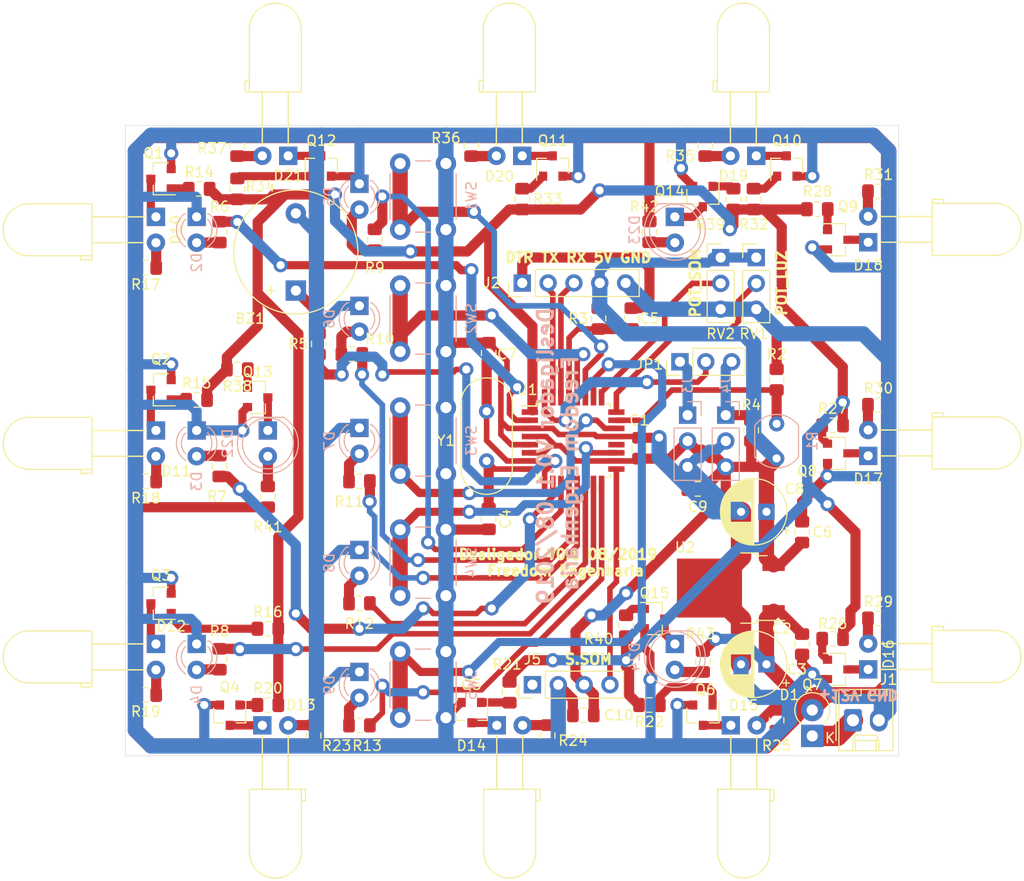
<source format=kicad_pcb>
(kicad_pcb (version 20171130) (host pcbnew "(5.1.2-1)-1")
  (layers (0 F.Cu signal) (31 B.Cu signal) (34 B.Paste user) (35 F.Paste user) (36 B.SilkS user) (37 F.SilkS user) (38 B.Mask user) (39 F.Mask user) (44 Edge.Cuts user))
  (net 0 "")
  (net 1 "Net-(BZ1-Pad1)")
  (net 2 GND)
  (net 3 5V)
  (net 4 "Net-(C4-Pad1)")
  (net 5 "Net-(D1-Pad1)")
  (net 6 "Net-(D2-Pad2)")
  (net 7 "Net-(D3-Pad2)")
  (net 8 "Net-(D4-Pad2)")
  (net 9 "Net-(D5-Pad2)")
  (net 10 "Net-(D6-Pad2)")
  (net 11 "Net-(D7-Pad2)")
  (net 12 "Net-(D8-Pad2)")
  (net 13 "Net-(D9-Pad2)")
  (net 14 "Net-(D10-Pad1)")
  (net 15 "Net-(D10-Pad2)")
  (net 16 "Net-(D11-Pad1)")
  (net 17 "Net-(D11-Pad2)")
  (net 18 "Net-(D12-Pad1)")
  (net 19 "Net-(D12-Pad2)")
  (net 20 "Net-(D13-Pad2)")
  (net 21 "Net-(D13-Pad1)")
  (net 22 "Net-(D14-Pad2)")
  (net 23 "Net-(D14-Pad1)")
  (net 24 "Net-(D15-Pad1)")
  (net 25 "Net-(D15-Pad2)")
  (net 26 "Net-(D16-Pad2)")
  (net 27 "Net-(D16-Pad1)")
  (net 28 "Net-(D17-Pad1)")
  (net 29 "Net-(D17-Pad2)")
  (net 30 "Net-(D18-Pad2)")
  (net 31 "Net-(D18-Pad1)")
  (net 32 "Net-(D19-Pad2)")
  (net 33 "Net-(D19-Pad1)")
  (net 34 "Net-(D20-Pad1)")
  (net 35 "Net-(D20-Pad2)")
  (net 36 "Net-(D21-Pad2)")
  (net 37 "Net-(D21-Pad1)")
  (net 38 "Net-(D22-Pad2)")
  (net 39 "Net-(D22-Pad1)")
  (net 40 "Net-(D23-Pad1)")
  (net 41 "Net-(D23-Pad2)")
  (net 42 "Net-(D24-Pad1)")
  (net 43 "Net-(D24-Pad2)")
  (net 44 +12V)
  (net 45 "Net-(J3-Pad1)")
  (net 46 PD2_D2)
  (net 47 "Net-(Q1-Pad1)")
  (net 48 "Net-(Q2-Pad1)")
  (net 49 "Net-(Q3-Pad1)")
  (net 50 "Net-(Q4-Pad1)")
  (net 51 "Net-(Q5-Pad1)")
  (net 52 "Net-(Q6-Pad1)")
  (net 53 "Net-(Q7-Pad1)")
  (net 54 "Net-(Q8-Pad1)")
  (net 55 "Net-(Q9-Pad1)")
  (net 56 "Net-(Q10-Pad1)")
  (net 57 "Net-(Q11-Pad1)")
  (net 58 "Net-(Q12-Pad1)")
  (net 59 "Net-(Q13-Pad1)")
  (net 60 "Net-(Q14-Pad1)")
  (net 61 "Net-(Q15-Pad1)")
  (net 62 PC0_A0)
  (net 63 PD4_D4)
  (net 64 ATM_SDA_A4)
  (net 65 ATM_SCL_A5)
  (net 66 PC3_A3)
  (net 67 PB3_D11_PWM_MOSI)
  (net 68 PB4_D12_MISO)
  (net 69 PB2_D10)
  (net 70 PD3_D3_PWM)
  (net 71 PC1_A1)
  (net 72 PC2_A2)
  (net 73 PD5_D5_PWM)
  (net 74 PD6_D6_PWM)
  (net 75 PD7_D7)
  (net 76 PB0_D8)
  (net 77 PB1_D9_PWM)
  (net 78 PB5_D13_SCK)
  (net 79 ADC6_A6)
  (net 80 AREF)
  (net 81 ADC7_A7)
  (net 82 PD0_D0_RX)
  (net 83 PD1_D1_TX)
  (net 84 "Net-(J5-Pad1)")
  (net 85 "Net-(C5-Pad2)")
  (net 86 "Net-(C5-Pad1)")
  (net 87 "Net-(C7-Pad1)")
  (net 88 "Net-(J4-Pad1)")
  (module LED_THT:LED_D5.0mm_Clear (layer B.Cu) (at 156 73 270)
    (fp_text reference D23 (at 1.27 3.96 90) (layer B.SilkS) (effects (justify mirror)))
    (fp_text value IR)
    (pad 2 thru_hole circle (at 2.54 0 270) (size 1.8 1.8) (drill 0.9) (layers *.Cu *.Mask) (net 41 "Net-(D23-Pad2)"))
    (pad 1 thru_hole rect (at 0 0 270) (size 1.8 1.8) (drill 0.9) (layers *.Cu *.Mask) (net 40 "Net-(D23-Pad1)"))
  )
  (module Connector_PinHeader_2.54mm:PinHeader_1x05_P2.54mm_Vertical (layer F.Cu) (at 141 79.5 90)
    (fp_text reference J2 (at 0 -3 180) (layer F.SilkS))
    (fp_text value Gravação)
    (pad 1 thru_hole rect (at 0 0 90) (size 1.7 1.7) (drill 1) (layers *.Cu *.Mask) (net 85 "Net-(C5-Pad2)"))
    (pad 2 thru_hole oval (at 0 2.54 90) (size 1.7 1.7) (drill 1) (layers *.Cu *.Mask) (net 83 PD1_D1_TX))
    (pad 3 thru_hole oval (at 0 5.08 90) (size 1.7 1.7) (drill 1) (layers *.Cu *.Mask) (net 82 PD0_D0_RX))
    (pad 4 thru_hole oval (at 0 7.62 90) (size 1.7 1.7) (drill 1) (layers *.Cu *.Mask) (net 3 5V))
    (pad 5 thru_hole oval (at 0 10.16 90) (size 1.7 1.7) (drill 1) (layers *.Cu *.Mask) (net 2 GND))
  )
  (module Connector_PinHeader_2.54mm:PinHeader_1x04_P2.54mm_Vertical (layer F.Cu) (at 142 119 90)
    (fp_text reference J5 (at 2.5 0 180) (layer F.SilkS))
    (fp_text value MOD_KY-037)
    (pad 1 thru_hole rect (at 0 0 90) (size 1.7 1.7) (drill 1) (layers *.Cu *.Mask) (net 84 "Net-(J5-Pad1)"))
    (pad 2 thru_hole oval (at 0 2.54 90) (size 1.7 1.7) (drill 1) (layers *.Cu *.Mask) (net 2 GND))
    (pad 3 thru_hole oval (at 0 5.08 90) (size 1.7 1.7) (drill 1) (layers *.Cu *.Mask) (net 3 5V))
    (pad 4 thru_hole oval (at 0 7.62 90) (size 1.7 1.7) (drill 1) (layers *.Cu *.Mask) (net 78 PB5_D13_SCK))
  )
  (module LED_THT:LED_D5.0mm_Horizontal_O6.35mm_Z9.0mm (layer F.Cu) (at 118 67 180)
    (fp_text reference D21 (at 0 -1.96) (layer F.SilkS))
    (fp_text value IR)
    (pad 2 thru_hole circle (at 2.54 0 180) (size 1.8 1.8) (drill 0.9) (layers *.Cu *.Mask) (net 36 "Net-(D21-Pad2)"))
    (pad 1 thru_hole rect (at 0 0 180) (size 1.8 1.8) (drill 0.9) (layers *.Cu *.Mask) (net 37 "Net-(D21-Pad1)"))
  )
  (module Package_TO_SOT_SMD:TO-252-2 (layer F.Cu) (at 161.5 109.5 180)
    (fp_text reference U2 (at 4.5 4) (layer F.SilkS))
    (fp_text value KA78M05_TO252)
    (pad 1 smd rect (at -4.2 -2.28 180) (size 2.2 1.2) (layers F.Cu F.Paste F.Mask) (net 44 +12V))
    (pad 3 smd rect (at -4.2 2.28 180) (size 2.2 1.2) (layers F.Cu F.Paste F.Mask) (net 3 5V))
    (pad 2 smd rect (at 2.1 0 180) (size 6.4 5.8) (layers F.Cu F.Mask) (net 2 GND))
  )
  (module Diode_THT:D_DO-41_SOD81_P2.54mm_Vertical_KathodeUp (layer F.Cu) (at 169.5 124.04 90)
    (fp_text reference D1 (at 4.04 -2.25 180) (layer F.SilkS))
    (fp_text value DIODE)
    (fp_text user K (at -0.21 1.75 180) (layer F.SilkS))
    (pad 1 thru_hole rect (at 0 0 90) (size 2.2 2.2) (drill 1.1) (layers *.Cu *.Mask) (net 5 "Net-(D1-Pad1)"))
    (pad 2 thru_hole oval (at 2.54 0 90) (size 2.2 2.2) (drill 1.1) (layers *.Cu *.Mask) (net 44 +12V))
  )
  (module Capacitor_THT:CP_Radial_D6.3mm_P2.50mm (layer F.Cu) (at 165 102 180)
    (fp_text reference C8 (at -2.75 2.25) (layer F.SilkS))
    (fp_text value 100uF/16V)
    (pad 1 thru_hole rect (at 0 0 180) (size 1.6 1.6) (drill 0.8) (layers *.Cu *.Mask) (net 3 5V))
    (pad 2 thru_hole circle (at 2.5 0 180) (size 1.6 1.6) (drill 0.8) (layers *.Cu *.Mask) (net 2 GND))
  )
  (module Capacitor_THT:CP_Radial_D6.3mm_P2.50mm (layer F.Cu) (at 165 117 180)
    (fp_text reference C2 (at -1.5 3.5) (layer F.SilkS))
    (fp_text value 100uF/25V)
    (pad 2 thru_hole circle (at 2.5 0 180) (size 1.6 1.6) (drill 0.8) (layers *.Cu *.Mask) (net 2 GND))
    (pad 1 thru_hole rect (at 0 0 180) (size 1.6 1.6) (drill 0.8) (layers *.Cu *.Mask) (net 44 +12V))
  )
  (module MountingHole:MountingHole_3.2mm_M3_ISO14580 (layer F.Cu) (at 170 110)
    (fp_text reference REF** hide)
    (fp_text value MountingHole_3.2mm_M3_ISO14580 hide)
    (pad 1 np_thru_hole circle (at 0 0) (size 3.2 3.2) (drill 3.2) (layers *.Cu *.Mask))
  )
  (module MountingHole:MountingHole_3.2mm_M3_ISO14580 (layer F.Cu) (at 110 110)
    (fp_text reference REF** hide)
    (fp_text value MountingHole_3.2mm_M3_ISO14580 hide)
    (pad 1 np_thru_hole circle (at 0 0) (size 3.2 3.2) (drill 3.2) (layers *.Cu *.Mask))
  )
  (module MountingHole:MountingHole_3.2mm_M3_ISO14580 (layer F.Cu) (at 170 80)
    (fp_text reference REF** hide)
    (fp_text value MountingHole_3.2mm_M3_ISO14580 hide)
    (pad 1 np_thru_hole circle (at 0 0) (size 3.2 3.2) (drill 3.2) (layers *.Cu *.Mask))
  )
  (module MountingHole:MountingHole_3.2mm_M3_ISO14580 (layer F.Cu) (at 110 80)
    (fp_text reference REF** hide)
    (fp_text value MountingHole_3.2mm_M3_ISO14580 hide)
    (pad 1 np_thru_hole circle (at 0 0) (size 3.2 3.2) (drill 3.2) (layers *.Cu *.Mask))
  )
  (module Buzzer_Beeper:Buzzer_12x9.5RM7.6 (layer F.Cu) (at 118.75 80.25 90)
    (fp_text reference BZ1 (at -2.75 -4.5 180) (layer F.SilkS))
    (fp_text value Buzzer)
    (fp_text user + (at -0.01 -2.54 90) (layer F.SilkS))
    (pad 1 thru_hole rect (at 0 0 90) (size 2 2) (drill 1) (layers *.Cu *.Mask) (net 1 "Net-(BZ1-Pad1)"))
    (pad 2 thru_hole circle (at 7.6 0 90) (size 2 2) (drill 1) (layers *.Cu *.Mask) (net 2 GND))
  )
  (module Capacitor_SMD:C_0805_2012Metric_Pad1.15x1.40mm_HandSolder (layer F.Cu) (at 152.5 95.75 270)
    (fp_text reference C1 (at -2.75 0 180) (layer F.SilkS))
    (fp_text value 100nF)
    (pad 1 smd roundrect (at -1.025 0 270) (size 1.15 1.4) (layers F.Cu F.Paste F.Mask) (roundrect_rratio 0.217391) (net 2 GND))
    (pad 2 smd roundrect (at 1.025 0 270) (size 1.15 1.4) (layers F.Cu F.Paste F.Mask) (roundrect_rratio 0.217391) (net 3 5V))
  )
  (module Capacitor_SMD:C_0805_2012Metric_Pad1.15x1.40mm_HandSolder (layer F.Cu) (at 168.5 115 90)
    (fp_text reference C3 (at -2.5 -0.5) (layer F.SilkS))
    (fp_text value 100nF)
    (pad 1 smd roundrect (at -1.025 0 90) (size 1.15 1.4) (layers F.Cu F.Paste F.Mask) (roundrect_rratio 0.217391) (net 2 GND))
    (pad 2 smd roundrect (at 0.975 0 90) (size 1.15 1.4) (layers F.Cu F.Paste F.Mask) (roundrect_rratio 0.217) (net 44 +12V))
  )
  (module Capacitor_SMD:C_0805_2012Metric_Pad1.15x1.40mm_HandSolder (layer F.Cu) (at 137.7 102.7 270)
    (fp_text reference C4 (at 0 -1.65 90) (layer F.SilkS))
    (fp_text value 22pF)
    (pad 1 smd roundrect (at -1.025 0 270) (size 1.15 1.4) (layers F.Cu F.Paste F.Mask) (roundrect_rratio 0.217391) (net 4 "Net-(C4-Pad1)"))
    (pad 2 smd roundrect (at 1.025 0 270) (size 1.15 1.4) (layers F.Cu F.Paste F.Mask) (roundrect_rratio 0.217391) (net 2 GND))
  )
  (module Capacitor_SMD:C_0805_2012Metric_Pad1.15x1.40mm_HandSolder (layer F.Cu) (at 168.5 104 270)
    (fp_text reference C6 (at 0 -2 180) (layer F.SilkS))
    (fp_text value 100nF)
    (pad 2 smd roundrect (at 1.025 0 270) (size 1.15 1.4) (layers F.Cu F.Paste F.Mask) (roundrect_rratio 0.217391) (net 3 5V))
    (pad 1 smd roundrect (at -1.025 0 270) (size 1.15 1.4) (layers F.Cu F.Paste F.Mask) (roundrect_rratio 0.217391) (net 2 GND))
  )
  (module Capacitor_SMD:C_0805_2012Metric_Pad1.15x1.40mm_HandSolder (layer F.Cu) (at 137.7 86.4 90)
    (fp_text reference C7 (at -0.1 1.8 180) (layer F.SilkS))
    (fp_text value 22pF)
    (pad 2 smd roundrect (at 1.025 0 90) (size 1.15 1.4) (layers F.Cu F.Paste F.Mask) (roundrect_rratio 0.217391) (net 2 GND))
    (pad 1 smd roundrect (at -1.025 0 90) (size 1.15 1.4) (layers F.Cu F.Paste F.Mask) (roundrect_rratio 0.217391) (net 87 "Net-(C7-Pad1)"))
  )
  (module Capacitor_SMD:C_0805_2012Metric_Pad1.15x1.40mm_HandSolder (layer F.Cu) (at 158.25 99.75)
    (fp_text reference C9 (at 0 1.75) (layer F.SilkS))
    (fp_text value 100nF)
    (pad 1 smd roundrect (at -1.025 0) (size 1.15 1.4) (layers F.Cu F.Paste F.Mask) (roundrect_rratio 0.217391) (net 2 GND))
    (pad 2 smd roundrect (at 1.025 0) (size 1.15 1.4) (layers F.Cu F.Paste F.Mask) (roundrect_rratio 0.217391) (net 3 5V))
  )
  (module Capacitor_SMD:C_0805_2012Metric_Pad1.15x1.40mm_HandSolder (layer F.Cu) (at 151.75 83 90)
    (fp_text reference C5 (at 0 1.75 180) (layer F.SilkS))
    (fp_text value 100nF)
    (pad 2 smd roundrect (at 1.025 0 90) (size 1.15 1.4) (layers F.Cu F.Paste F.Mask) (roundrect_rratio 0.217391) (net 85 "Net-(C5-Pad2)"))
    (pad 1 smd roundrect (at -1.025 0 90) (size 1.15 1.4) (layers F.Cu F.Paste F.Mask) (roundrect_rratio 0.217391) (net 86 "Net-(C5-Pad1)"))
  )
  (module LED_THT:LED_D3.0mm (layer B.Cu) (at 109 73 270)
    (fp_text reference D2 (at 4.5 0 90) (layer B.SilkS) (effects (justify mirror)))
    (fp_text value "L TEMPO")
    (pad 1 thru_hole rect (at 0 0 270) (size 1.8 1.8) (drill 0.9) (layers *.Cu *.Mask) (net 2 GND))
    (pad 2 thru_hole circle (at 2.54 0 270) (size 1.8 1.8) (drill 0.9) (layers *.Cu *.Mask) (net 6 "Net-(D2-Pad2)"))
  )
  (module LED_THT:LED_D3.0mm (layer B.Cu) (at 109 94 270)
    (fp_text reference D3 (at 5 0 90) (layer B.SilkS) (effects (justify mirror)))
    (fp_text value "L EQUIPAMENTO")
    (pad 2 thru_hole circle (at 2.54 0 270) (size 1.8 1.8) (drill 0.9) (layers *.Cu *.Mask) (net 7 "Net-(D3-Pad2)"))
    (pad 1 thru_hole rect (at 0 0 270) (size 1.8 1.8) (drill 0.9) (layers *.Cu *.Mask) (net 2 GND))
  )
  (module LED_THT:LED_D3.0mm (layer B.Cu) (at 109 115 270)
    (fp_text reference D4 (at 5 0 90) (layer B.SilkS) (effects (justify mirror)))
    (fp_text value "L SENSIBILIDADE")
    (pad 1 thru_hole rect (at 0 0 270) (size 1.8 1.8) (drill 0.9) (layers *.Cu *.Mask) (net 2 GND))
    (pad 2 thru_hole circle (at 2.54 0 270) (size 1.8 1.8) (drill 0.9) (layers *.Cu *.Mask) (net 8 "Net-(D4-Pad2)"))
  )
  (module LED_THT:LED_D3.0mm (layer B.Cu) (at 125 69.75 270)
    (fp_text reference D5 (at 1.27 2.96 90) (layer B.SilkS) (effects (justify mirror)))
    (fp_text value LED)
    (pad 2 thru_hole circle (at 2.54 0 270) (size 1.8 1.8) (drill 0.9) (layers *.Cu *.Mask) (net 9 "Net-(D5-Pad2)"))
    (pad 1 thru_hole rect (at 0 0 270) (size 1.8 1.8) (drill 0.9) (layers *.Cu *.Mask) (net 2 GND))
  )
  (module LED_THT:LED_D3.0mm (layer B.Cu) (at 125 81.75 270)
    (fp_text reference D6 (at 1.27 2.96 90) (layer B.SilkS) (effects (justify mirror)))
    (fp_text value LED)
    (pad 1 thru_hole rect (at 0 0 270) (size 1.8 1.8) (drill 0.9) (layers *.Cu *.Mask) (net 2 GND))
    (pad 2 thru_hole circle (at 2.54 0 270) (size 1.8 1.8) (drill 0.9) (layers *.Cu *.Mask) (net 10 "Net-(D6-Pad2)"))
  )
  (module LED_THT:LED_D3.0mm (layer B.Cu) (at 125 93.75 270)
    (fp_text reference D7 (at 1.27 2.96 90) (layer B.SilkS) (effects (justify mirror)))
    (fp_text value LED)
    (pad 2 thru_hole circle (at 2.54 0 270) (size 1.8 1.8) (drill 0.9) (layers *.Cu *.Mask) (net 11 "Net-(D7-Pad2)"))
    (pad 1 thru_hole rect (at 0 0 270) (size 1.8 1.8) (drill 0.9) (layers *.Cu *.Mask) (net 2 GND))
  )
  (module LED_THT:LED_D3.0mm (layer B.Cu) (at 125 105.75 270)
    (fp_text reference D8 (at 1.27 2.96 90) (layer B.SilkS) (effects (justify mirror)))
    (fp_text value LED)
    (pad 1 thru_hole rect (at 0 0 270) (size 1.8 1.8) (drill 0.9) (layers *.Cu *.Mask) (net 2 GND))
    (pad 2 thru_hole circle (at 2.54 0 270) (size 1.8 1.8) (drill 0.9) (layers *.Cu *.Mask) (net 12 "Net-(D8-Pad2)"))
  )
  (module LED_THT:LED_D3.0mm (layer B.Cu) (at 125 117.75 270)
    (fp_text reference D9 (at 1.27 2.96 90) (layer B.SilkS) (effects (justify mirror)))
    (fp_text value LED)
    (pad 2 thru_hole circle (at 2.54 0 270) (size 1.8 1.8) (drill 0.9) (layers *.Cu *.Mask) (net 13 "Net-(D9-Pad2)"))
    (pad 1 thru_hole rect (at 0 0 270) (size 1.8 1.8) (drill 0.9) (layers *.Cu *.Mask) (net 2 GND))
  )
  (module LED_THT:LED_D5.0mm_Horizontal_O6.35mm_Z9.0mm (layer F.Cu) (at 105 73 270)
    (fp_text reference D10 (at 1.27 -1.96 90) (layer F.SilkS))
    (fp_text value IR)
    (pad 1 thru_hole rect (at 0 0 270) (size 1.8 1.8) (drill 0.9) (layers *.Cu *.Mask) (net 14 "Net-(D10-Pad1)"))
    (pad 2 thru_hole circle (at 2.54 0 270) (size 1.8 1.8) (drill 0.9) (layers *.Cu *.Mask) (net 15 "Net-(D10-Pad2)"))
  )
  (module LED_THT:LED_D5.0mm_Horizontal_O6.35mm_Z9.0mm (layer F.Cu) (at 105 94 270)
    (fp_text reference D11 (at 4 -2 180) (layer F.SilkS))
    (fp_text value IR)
    (pad 1 thru_hole rect (at 0 0 270) (size 1.8 1.8) (drill 0.9) (layers *.Cu *.Mask) (net 16 "Net-(D11-Pad1)"))
    (pad 2 thru_hole circle (at 2.54 0 270) (size 1.8 1.8) (drill 0.9) (layers *.Cu *.Mask) (net 17 "Net-(D11-Pad2)"))
  )
  (module LED_THT:LED_D5.0mm_Horizontal_O6.35mm_Z9.0mm (layer F.Cu) (at 105 115 270)
    (fp_text reference D12 (at -1.75 -1.5 180) (layer F.SilkS))
    (fp_text value IR)
    (pad 1 thru_hole rect (at 0 0 270) (size 1.8 1.8) (drill 0.9) (layers *.Cu *.Mask) (net 18 "Net-(D12-Pad1)"))
    (pad 2 thru_hole circle (at 2.54 0 270) (size 1.8 1.8) (drill 0.9) (layers *.Cu *.Mask) (net 19 "Net-(D12-Pad2)"))
  )
  (module LED_THT:LED_D5.0mm_Horizontal_O6.35mm_Z9.0mm (layer F.Cu) (at 115.46 123)
    (fp_text reference D13 (at 3.79 -2) (layer F.SilkS))
    (fp_text value IR)
    (pad 1 thru_hole rect (at 0 0) (size 1.8 1.8) (drill 0.9) (layers *.Cu *.Mask) (net 21 "Net-(D13-Pad1)"))
    (pad 2 thru_hole circle (at 2.54 0) (size 1.8 1.8) (drill 0.9) (layers *.Cu *.Mask) (net 20 "Net-(D13-Pad2)"))
  )
  (module LED_THT:LED_D5.0mm_Horizontal_O6.35mm_Z9.0mm (layer F.Cu) (at 138.5 123)
    (fp_text reference D14 (at -2.5 2) (layer F.SilkS))
    (fp_text value IR)
    (pad 2 thru_hole circle (at 2.54 0) (size 1.8 1.8) (drill 0.9) (layers *.Cu *.Mask) (net 22 "Net-(D14-Pad2)"))
    (pad 1 thru_hole rect (at 0 0) (size 1.8 1.8) (drill 0.9) (layers *.Cu *.Mask) (net 23 "Net-(D14-Pad1)"))
  )
  (module LED_THT:LED_D5.0mm_Horizontal_O6.35mm_Z9.0mm (layer F.Cu) (at 161.5 123)
    (fp_text reference D15 (at 1.27 -1.96) (layer F.SilkS))
    (fp_text value IR)
    (pad 1 thru_hole rect (at 0 0) (size 1.8 1.8) (drill 0.9) (layers *.Cu *.Mask) (net 24 "Net-(D15-Pad1)"))
    (pad 2 thru_hole circle (at 2.54 0) (size 1.8 1.8) (drill 0.9) (layers *.Cu *.Mask) (net 25 "Net-(D15-Pad2)"))
  )
  (module LED_THT:LED_D5.0mm_Horizontal_O6.35mm_Z9.0mm (layer F.Cu) (at 175 96.5 90)
    (fp_text reference D17 (at -2.25 0 180) (layer F.SilkS))
    (fp_text value IR)
    (pad 1 thru_hole rect (at 0 0 90) (size 1.8 1.8) (drill 0.9) (layers *.Cu *.Mask) (net 28 "Net-(D17-Pad1)"))
    (pad 2 thru_hole circle (at 2.54 0 90) (size 1.8 1.8) (drill 0.9) (layers *.Cu *.Mask) (net 29 "Net-(D17-Pad2)"))
  )
  (module LED_THT:LED_D5.0mm_Horizontal_O6.35mm_Z9.0mm (layer F.Cu) (at 175 75.5 90)
    (fp_text reference D18 (at -2.25 0 180) (layer F.SilkS))
    (fp_text value IR)
    (pad 2 thru_hole circle (at 2.54 0 90) (size 1.8 1.8) (drill 0.9) (layers *.Cu *.Mask) (net 30 "Net-(D18-Pad2)"))
    (pad 1 thru_hole rect (at 0 0 90) (size 1.8 1.8) (drill 0.9) (layers *.Cu *.Mask) (net 31 "Net-(D18-Pad1)"))
  )
  (module LED_THT:LED_D5.0mm_Horizontal_O6.35mm_Z9.0mm (layer F.Cu) (at 141 67 180)
    (fp_text reference D20 (at 2.25 -2) (layer F.SilkS))
    (fp_text value IR)
    (pad 2 thru_hole circle (at 2.54 0 180) (size 1.8 1.8) (drill 0.9) (layers *.Cu *.Mask) (net 35 "Net-(D20-Pad2)"))
    (pad 1 thru_hole rect (at 0 0 180) (size 1.8 1.8) (drill 0.9) (layers *.Cu *.Mask) (net 34 "Net-(D20-Pad1)"))
  )
  (module Connector_PinHeader_2.54mm:PinHeader_1x03_P2.54mm_Vertical (layer B.Cu) (at 157.25 92.5 180)
    (fp_text reference J3 (at 0 3 90) (layer B.SilkS) (effects (justify mirror)))
    (fp_text value "Receptor Mouser ")
    (pad 1 thru_hole rect (at 0 0 180) (size 1.7 1.7) (drill 1) (layers *.Cu *.Mask) (net 45 "Net-(J3-Pad1)"))
    (pad 2 thru_hole oval (at 0 -2.54 180) (size 1.7 1.7) (drill 1) (layers *.Cu *.Mask) (net 3 5V))
    (pad 3 thru_hole oval (at 0 -5.08 180) (size 1.7 1.7) (drill 1) (layers *.Cu *.Mask) (net 2 GND))
  )
  (module Connector_PinHeader_2.54mm:PinHeader_1x03_P2.54mm_Vertical (layer B.Cu) (at 161 92.5 180)
    (fp_text reference J4 (at 0 3 90) (layer B.SilkS) (effects (justify mirror)))
    (fp_text value "Receptor China")
    (pad 3 thru_hole oval (at 0 -5.08 180) (size 1.7 1.7) (drill 1) (layers *.Cu *.Mask) (net 3 5V))
    (pad 2 thru_hole oval (at 0 -2.54 180) (size 1.7 1.7) (drill 1) (layers *.Cu *.Mask) (net 2 GND))
    (pad 1 thru_hole rect (at 0 0 180) (size 1.7 1.7) (drill 1) (layers *.Cu *.Mask) (net 88 "Net-(J4-Pad1)"))
  )
  (module Connector_PinHeader_2.54mm:PinHeader_1x03_P2.54mm_Vertical (layer F.Cu) (at 156.5 87.25 90)
    (fp_text reference JP1 (at -0.25 -3 180) (layer F.SilkS))
    (fp_text value Jumper_3_Bridged12)
    (pad 1 thru_hole rect (at 0 0 90) (size 1.7 1.7) (drill 1) (layers *.Cu *.Mask) (net 45 "Net-(J3-Pad1)"))
    (pad 2 thru_hole oval (at 0 2.54 90) (size 1.7 1.7) (drill 1) (layers *.Cu *.Mask) (net 46 PD2_D2))
    (pad 3 thru_hole oval (at 0 5.08 90) (size 1.7 1.7) (drill 1) (layers *.Cu *.Mask) (net 88 "Net-(J4-Pad1)"))
  )
  (module OptoDevice:R_LDR_5.1x4.3mm_P3.4mm_Vertical (layer B.Cu) (at 166 96.75 90)
    (fp_text reference R1 (at 1.7 3.5 90) (layer B.SilkS) (effects (justify mirror)))
    (fp_text value LDR03)
    (pad 1 thru_hole circle (at 0 0 90) (size 1.5 1.5) (drill 0.8) (layers *.Cu *.Mask) (net 3 5V))
    (pad 2 thru_hole circle (at 3.4 0 90) (size 1.5 1.5) (drill 0.8) (layers *.Cu *.Mask) (net 62 PC0_A0))
  )
  (module Resistor_SMD:R_0805_2012Metric_Pad1.15x1.40mm_HandSolder (layer F.Cu) (at 166 89 270)
    (fp_text reference R2 (at -2.5 0 180) (layer F.SilkS))
    (fp_text value 10K)
    (pad 1 smd roundrect (at -1.025 0 270) (size 1.15 1.4) (layers F.Cu F.Paste F.Mask) (roundrect_rratio 0.217391) (net 2 GND))
    (pad 2 smd roundrect (at 1.025 0 270) (size 1.15 1.4) (layers F.Cu F.Paste F.Mask) (roundrect_rratio 0.217391) (net 62 PC0_A0))
  )
  (module Resistor_SMD:R_0805_2012Metric_Pad1.15x1.40mm_HandSolder (layer F.Cu) (at 148.5 83 90)
    (fp_text reference R3 (at 0 -2 180) (layer F.SilkS))
    (fp_text value 10K)
    (pad 2 smd roundrect (at 1.025 0 90) (size 1.15 1.4) (layers F.Cu F.Paste F.Mask) (roundrect_rratio 0.217391) (net 3 5V))
    (pad 1 smd roundrect (at -1.025 0 90) (size 1.15 1.4) (layers F.Cu F.Paste F.Mask) (roundrect_rratio 0.217391) (net 86 "Net-(C5-Pad1)"))
  )
  (module Resistor_SMD:R_0805_2012Metric_Pad1.15x1.40mm_HandSolder (layer F.Cu) (at 163.5 94 90)
    (fp_text reference R4 (at 2.5 0 180) (layer F.SilkS))
    (fp_text value 10K)
    (pad 2 smd roundrect (at 1.025 0 90) (size 1.15 1.4) (layers F.Cu F.Paste F.Mask) (roundrect_rratio 0.217391) (net 88 "Net-(J4-Pad1)"))
    (pad 1 smd roundrect (at -1.025 0 90) (size 1.15 1.4) (layers F.Cu F.Paste F.Mask) (roundrect_rratio 0.217391) (net 3 5V))
  )
  (module Resistor_SMD:R_0805_2012Metric_Pad1.15x1.40mm_HandSolder (layer F.Cu) (at 121 85.5 90)
    (fp_text reference R5 (at 0 -2 180) (layer F.SilkS))
    (fp_text value 100R)
    (pad 2 smd roundrect (at 1.025 0 90) (size 1.15 1.4) (layers F.Cu F.Paste F.Mask) (roundrect_rratio 0.217391) (net 1 "Net-(BZ1-Pad1)"))
    (pad 1 smd roundrect (at -1.025 0 90) (size 1.15 1.4) (layers F.Cu F.Paste F.Mask) (roundrect_rratio 0.217391) (net 73 PD5_D5_PWM))
  )
  (module Resistor_SMD:R_0805_2012Metric_Pad1.15x1.40mm_HandSolder (layer F.Cu) (at 111.25 74.5 90)
    (fp_text reference R6 (at 2.5 0 180) (layer F.SilkS))
    (fp_text value 470R)
    (pad 2 smd roundrect (at 1.025 0 90) (size 1.15 1.4) (layers F.Cu F.Paste F.Mask) (roundrect_rratio 0.217391) (net 63 PD4_D4))
    (pad 1 smd roundrect (at -1.025 0 90) (size 1.15 1.4) (layers F.Cu F.Paste F.Mask) (roundrect_rratio 0.217391) (net 6 "Net-(D2-Pad2)"))
  )
  (module Resistor_SMD:R_0805_2012Metric_Pad1.15x1.40mm_HandSolder (layer F.Cu) (at 111.25 97.5 270)
    (fp_text reference R7 (at 3 0.25 180) (layer F.SilkS))
    (fp_text value 470R)
    (pad 1 smd roundrect (at -1.025 0 270) (size 1.15 1.4) (layers F.Cu F.Paste F.Mask) (roundrect_rratio 0.217391) (net 7 "Net-(D3-Pad2)"))
    (pad 2 smd roundrect (at 1.025 0 270) (size 1.15 1.4) (layers F.Cu F.Paste F.Mask) (roundrect_rratio 0.217391) (net 74 PD6_D6_PWM))
  )
  (module Resistor_SMD:R_0805_2012Metric_Pad1.15x1.40mm_HandSolder (layer F.Cu) (at 111.25 116.5 90)
    (fp_text reference R8 (at 2.75 0 180) (layer F.SilkS))
    (fp_text value 470R)
    (pad 2 smd roundrect (at 1.025 0 90) (size 1.15 1.4) (layers F.Cu F.Paste F.Mask) (roundrect_rratio 0.217391) (net 67 PB3_D11_PWM_MOSI))
    (pad 1 smd roundrect (at -1.025 0 90) (size 1.15 1.4) (layers F.Cu F.Paste F.Mask) (roundrect_rratio 0.217391) (net 8 "Net-(D4-Pad2)"))
  )
  (module Resistor_SMD:R_0805_2012Metric_Pad1.15x1.40mm_HandSolder (layer F.Cu) (at 126.5 75.25 90)
    (fp_text reference R9 (at -2.75 0 180) (layer F.SilkS))
    (fp_text value 470R)
    (pad 2 smd roundrect (at 1.025 0 90) (size 1.15 1.4) (layers F.Cu F.Paste F.Mask) (roundrect_rratio 0.217391) (net 75 PD7_D7))
    (pad 1 smd roundrect (at -1.025 0 90) (size 1.15 1.4) (layers F.Cu F.Paste F.Mask) (roundrect_rratio 0.217391) (net 9 "Net-(D5-Pad2)"))
  )
  (module Resistor_SMD:R_0805_2012Metric_Pad1.15x1.40mm_HandSolder (layer F.Cu) (at 124.25 86.5)
    (fp_text reference R10 (at 2.75 -1.5) (layer F.SilkS))
    (fp_text value 470R)
    (pad 2 smd roundrect (at 1.025 0) (size 1.15 1.4) (layers F.Cu F.Paste F.Mask) (roundrect_rratio 0.217391) (net 76 PB0_D8))
    (pad 1 smd roundrect (at -1.025 0) (size 1.15 1.4) (layers F.Cu F.Paste F.Mask) (roundrect_rratio 0.217391) (net 10 "Net-(D6-Pad2)"))
  )
  (module Resistor_SMD:R_0805_2012Metric_Pad1.15x1.40mm_HandSolder (layer F.Cu) (at 125 99)
    (fp_text reference R11 (at -1 2) (layer F.SilkS))
    (fp_text value 470R)
    (pad 2 smd roundrect (at 1.025 0) (size 1.15 1.4) (layers F.Cu F.Paste F.Mask) (roundrect_rratio 0.217391) (net 77 PB1_D9_PWM))
    (pad 1 smd roundrect (at -1.025 0) (size 1.15 1.4) (layers F.Cu F.Paste F.Mask) (roundrect_rratio 0.217391) (net 11 "Net-(D7-Pad2)"))
  )
  (module Resistor_SMD:R_0805_2012Metric_Pad1.15x1.40mm_HandSolder (layer F.Cu) (at 125 111)
    (fp_text reference R12 (at 0 2) (layer F.SilkS))
    (fp_text value 470R)
    (pad 1 smd roundrect (at -1.025 0) (size 1.15 1.4) (layers F.Cu F.Paste F.Mask) (roundrect_rratio 0.217391) (net 12 "Net-(D8-Pad2)"))
    (pad 2 smd roundrect (at 1.025 0) (size 1.15 1.4) (layers F.Cu F.Paste F.Mask) (roundrect_rratio 0.217391) (net 69 PB2_D10))
  )
  (module Resistor_SMD:R_0805_2012Metric_Pad1.15x1.40mm_HandSolder (layer F.Cu) (at 125 123)
    (fp_text reference R13 (at 0.75 2) (layer F.SilkS))
    (fp_text value 470R)
    (pad 1 smd roundrect (at -1.025 0) (size 1.15 1.4) (layers F.Cu F.Paste F.Mask) (roundrect_rratio 0.217391) (net 13 "Net-(D9-Pad2)"))
    (pad 2 smd roundrect (at 1.025 0) (size 1.15 1.4) (layers F.Cu F.Paste F.Mask) (roundrect_rratio 0.217391) (net 68 PB4_D12_MISO))
  )
  (module Resistor_SMD:R_0805_2012Metric_Pad1.15x1.40mm_HandSolder (layer F.Cu) (at 109.25 70.25)
    (fp_text reference R14 (at 0 -1.65) (layer F.SilkS))
    (fp_text value 2.2k)
    (pad 1 smd roundrect (at -1.025 0) (size 1.15 1.4) (layers F.Cu F.Paste F.Mask) (roundrect_rratio 0.217391) (net 47 "Net-(Q1-Pad1)"))
    (pad 2 smd roundrect (at 1.025 0) (size 1.15 1.4) (layers F.Cu F.Paste F.Mask) (roundrect_rratio 0.217391) (net 70 PD3_D3_PWM))
  )
  (module Resistor_SMD:R_0805_2012Metric_Pad1.15x1.40mm_HandSolder (layer F.Cu) (at 109 91)
    (fp_text reference R15 (at 0 -1.65) (layer F.SilkS))
    (fp_text value 2.2k)
    (pad 2 smd roundrect (at 1.025 0) (size 1.15 1.4) (layers F.Cu F.Paste F.Mask) (roundrect_rratio 0.217391) (net 70 PD3_D3_PWM))
    (pad 1 smd roundrect (at -1.025 0) (size 1.15 1.4) (layers F.Cu F.Paste F.Mask) (roundrect_rratio 0.217391) (net 48 "Net-(Q2-Pad1)"))
  )
  (module Resistor_SMD:R_0805_2012Metric_Pad1.15x1.40mm_HandSolder (layer F.Cu) (at 116 113.5)
    (fp_text reference R16 (at 0 -1.65) (layer F.SilkS))
    (fp_text value 2.2k)
    (pad 2 smd roundrect (at 1.025 0) (size 1.15 1.4) (layers F.Cu F.Paste F.Mask) (roundrect_rratio 0.217391) (net 70 PD3_D3_PWM))
    (pad 1 smd roundrect (at -1.025 0) (size 1.15 1.4) (layers F.Cu F.Paste F.Mask) (roundrect_rratio 0.217391) (net 49 "Net-(Q3-Pad1)"))
  )
  (module Resistor_SMD:R_0805_2012Metric_Pad1.15x1.40mm_HandSolder (layer F.Cu) (at 104 78 180)
    (fp_text reference R17 (at 0 -1.65) (layer F.SilkS))
    (fp_text value 100R)
    (pad 2 smd roundrect (at 1.025 0 180) (size 1.15 1.4) (layers F.Cu F.Paste F.Mask) (roundrect_rratio 0.217391) (net 44 +12V))
    (pad 1 smd roundrect (at -1.025 0 180) (size 1.15 1.4) (layers F.Cu F.Paste F.Mask) (roundrect_rratio 0.217391) (net 15 "Net-(D10-Pad2)"))
  )
  (module Resistor_SMD:R_0805_2012Metric_Pad1.15x1.40mm_HandSolder (layer F.Cu) (at 104 99 180)
    (fp_text reference R18 (at 0 -1.65) (layer F.SilkS))
    (fp_text value 100R)
    (pad 1 smd roundrect (at -1.025 0 180) (size 1.15 1.4) (layers F.Cu F.Paste F.Mask) (roundrect_rratio 0.217391) (net 17 "Net-(D11-Pad2)"))
    (pad 2 smd roundrect (at 1.025 0 180) (size 1.15 1.4) (layers F.Cu F.Paste F.Mask) (roundrect_rratio 0.217391) (net 44 +12V))
  )
  (module Resistor_SMD:R_0805_2012Metric_Pad1.15x1.40mm_HandSolder (layer F.Cu) (at 104 120 180)
    (fp_text reference R19 (at 0 -1.65) (layer F.SilkS))
    (fp_text value 100R)
    (pad 1 smd roundrect (at -1.025 0 180) (size 1.15 1.4) (layers F.Cu F.Paste F.Mask) (roundrect_rratio 0.217391) (net 19 "Net-(D12-Pad2)"))
    (pad 2 smd roundrect (at 1.025 0 180) (size 1.15 1.4) (layers F.Cu F.Paste F.Mask) (roundrect_rratio 0.217391) (net 44 +12V))
  )
  (module Resistor_SMD:R_0805_2012Metric_Pad1.15x1.40mm_HandSolder (layer F.Cu) (at 116 121)
    (fp_text reference R20 (at 0 -1.65) (layer F.SilkS))
    (fp_text value 2.2k)
    (pad 1 smd roundrect (at -1.025 0) (size 1.15 1.4) (layers F.Cu F.Paste F.Mask) (roundrect_rratio 0.217391) (net 50 "Net-(Q4-Pad1)"))
    (pad 2 smd roundrect (at 1.025 0) (size 1.15 1.4) (layers F.Cu F.Paste F.Mask) (roundrect_rratio 0.217391) (net 70 PD3_D3_PWM))
  )
  (module Resistor_SMD:R_0805_2012Metric_Pad1.15x1.40mm_HandSolder (layer F.Cu) (at 139.75 119.75 90)
    (fp_text reference R21 (at 2.75 -0.25 180) (layer F.SilkS))
    (fp_text value 2.2k)
    (pad 2 smd roundrect (at 1.025 0 90) (size 1.15 1.4) (layers F.Cu F.Paste F.Mask) (roundrect_rratio 0.217391) (net 70 PD3_D3_PWM))
    (pad 1 smd roundrect (at -1.025 0 90) (size 1.15 1.4) (layers F.Cu F.Paste F.Mask) (roundrect_rratio 0.217391) (net 51 "Net-(Q5-Pad1)"))
  )
  (module Resistor_SMD:R_0805_2012Metric_Pad1.15x1.40mm_HandSolder (layer F.Cu) (at 153.5 121 180)
    (fp_text reference R22 (at 0 -1.65) (layer F.SilkS))
    (fp_text value 2.2k)
    (pad 1 smd roundrect (at -1.025 0 180) (size 1.15 1.4) (layers F.Cu F.Paste F.Mask) (roundrect_rratio 0.217391) (net 52 "Net-(Q6-Pad1)"))
    (pad 2 smd roundrect (at 1.025 0 180) (size 1.15 1.4) (layers F.Cu F.Paste F.Mask) (roundrect_rratio 0.217391) (net 70 PD3_D3_PWM))
  )
  (module Resistor_SMD:R_0805_2012Metric_Pad1.15x1.40mm_HandSolder (layer F.Cu) (at 120.5 124 270)
    (fp_text reference R23 (at 1 -2.25 180) (layer F.SilkS))
    (fp_text value 100R)
    (pad 2 smd roundrect (at 1.025 0 270) (size 1.15 1.4) (layers F.Cu F.Paste F.Mask) (roundrect_rratio 0.217391) (net 44 +12V))
    (pad 1 smd roundrect (at -1.025 0 270) (size 1.15 1.4) (layers F.Cu F.Paste F.Mask) (roundrect_rratio 0.217391) (net 20 "Net-(D13-Pad2)"))
  )
  (module Resistor_SMD:R_0805_2012Metric_Pad1.15x1.40mm_HandSolder (layer F.Cu) (at 143.5 124 270)
    (fp_text reference R24 (at 0.5 -2.5 180) (layer F.SilkS))
    (fp_text value 100R)
    (pad 2 smd roundrect (at 1.025 0 270) (size 1.15 1.4) (layers F.Cu F.Paste F.Mask) (roundrect_rratio 0.217391) (net 44 +12V))
    (pad 1 smd roundrect (at -1.025 0 270) (size 1.15 1.4) (layers F.Cu F.Paste F.Mask) (roundrect_rratio 0.217391) (net 22 "Net-(D14-Pad2)"))
  )
  (module Resistor_SMD:R_0805_2012Metric_Pad1.15x1.40mm_HandSolder (layer F.Cu) (at 166 122.5 270)
    (fp_text reference R25 (at 2.5 0 180) (layer F.SilkS))
    (fp_text value 100R)
    (pad 2 smd roundrect (at 1.025 0 270) (size 1.15 1.4) (layers F.Cu F.Paste F.Mask) (roundrect_rratio 0.217391) (net 44 +12V))
    (pad 1 smd roundrect (at -1.025 0 270) (size 1.15 1.4) (layers F.Cu F.Paste F.Mask) (roundrect_rratio 0.217391) (net 25 "Net-(D15-Pad2)"))
  )
  (module Resistor_SMD:R_0805_2012Metric_Pad1.15x1.40mm_HandSolder (layer F.Cu) (at 171.5 114.5)
    (fp_text reference R26 (at 0 -1.5) (layer F.SilkS))
    (fp_text value 2.2k)
    (pad 1 smd roundrect (at -1.025 0) (size 1.15 1.4) (layers F.Cu F.Paste F.Mask) (roundrect_rratio 0.217391) (net 53 "Net-(Q7-Pad1)"))
    (pad 2 smd roundrect (at 1.025 0) (size 1.15 1.4) (layers F.Cu F.Paste F.Mask) (roundrect_rratio 0.217391) (net 70 PD3_D3_PWM))
  )
  (module Resistor_SMD:R_0805_2012Metric_Pad1.15x1.40mm_HandSolder (layer F.Cu) (at 171.5 93.5)
    (fp_text reference R27 (at 0 -1.65) (layer F.SilkS))
    (fp_text value 2.2k)
    (pad 1 smd roundrect (at -1.025 0) (size 1.15 1.4) (layers F.Cu F.Paste F.Mask) (roundrect_rratio 0.217391) (net 54 "Net-(Q8-Pad1)"))
    (pad 2 smd roundrect (at 1.025 0) (size 1.15 1.4) (layers F.Cu F.Paste F.Mask) (roundrect_rratio 0.217391) (net 70 PD3_D3_PWM))
  )
  (module Resistor_SMD:R_0805_2012Metric_Pad1.15x1.40mm_HandSolder (layer F.Cu) (at 170 72.25 180)
    (fp_text reference R28 (at 0 1.75) (layer F.SilkS))
    (fp_text value 2.2k)
    (pad 1 smd roundrect (at -1.025 0 180) (size 1.15 1.4) (layers F.Cu F.Paste F.Mask) (roundrect_rratio 0.217391) (net 55 "Net-(Q9-Pad1)"))
    (pad 2 smd roundrect (at 1.025 0 180) (size 1.15 1.4) (layers F.Cu F.Paste F.Mask) (roundrect_rratio 0.217391) (net 70 PD3_D3_PWM))
  )
  (module Resistor_SMD:R_0805_2012Metric_Pad1.15x1.40mm_HandSolder (layer F.Cu) (at 176 112.5)
    (fp_text reference R29 (at 0 -1.65) (layer F.SilkS))
    (fp_text value 100R)
    (pad 1 smd roundrect (at -1.025 0) (size 1.15 1.4) (layers F.Cu F.Paste F.Mask) (roundrect_rratio 0.217391) (net 26 "Net-(D16-Pad2)"))
    (pad 2 smd roundrect (at 1.025 0) (size 1.15 1.4) (layers F.Cu F.Paste F.Mask) (roundrect_rratio 0.217391) (net 44 +12V))
  )
  (module Resistor_SMD:R_0805_2012Metric_Pad1.15x1.40mm_HandSolder (layer F.Cu) (at 176 91.5)
    (fp_text reference R30 (at 0 -1.65) (layer F.SilkS))
    (fp_text value 100R)
    (pad 1 smd roundrect (at -1.025 0) (size 1.15 1.4) (layers F.Cu F.Paste F.Mask) (roundrect_rratio 0.217391) (net 29 "Net-(D17-Pad2)"))
    (pad 2 smd roundrect (at 1.025 0) (size 1.15 1.4) (layers F.Cu F.Paste F.Mask) (roundrect_rratio 0.217391) (net 44 +12V))
  )
  (module Resistor_SMD:R_0805_2012Metric_Pad1.15x1.40mm_HandSolder (layer F.Cu) (at 176 70.5)
    (fp_text reference R31 (at 0 -1.65) (layer F.SilkS))
    (fp_text value 100R)
    (pad 1 smd roundrect (at -1.025 0) (size 1.15 1.4) (layers F.Cu F.Paste F.Mask) (roundrect_rratio 0.217391) (net 30 "Net-(D18-Pad2)"))
    (pad 2 smd roundrect (at 1.025 0) (size 1.15 1.4) (layers F.Cu F.Paste F.Mask) (roundrect_rratio 0.217391) (net 44 +12V))
  )
  (module Resistor_SMD:R_0805_2012Metric_Pad1.15x1.40mm_HandSolder (layer F.Cu) (at 163.75 71.25 270)
    (fp_text reference R32 (at 2.5 0 180) (layer F.SilkS))
    (fp_text value 2.2k)
    (pad 2 smd roundrect (at 1.025 0 270) (size 1.15 1.4) (layers F.Cu F.Paste F.Mask) (roundrect_rratio 0.217391) (net 70 PD3_D3_PWM))
    (pad 1 smd roundrect (at -1.025 0 270) (size 1.15 1.4) (layers F.Cu F.Paste F.Mask) (roundrect_rratio 0.217391) (net 56 "Net-(Q10-Pad1)"))
  )
  (module Resistor_SMD:R_0805_2012Metric_Pad1.15x1.40mm_HandSolder (layer F.Cu) (at 141 71.25 270)
    (fp_text reference R33 (at 0 -2.5 180) (layer F.SilkS))
    (fp_text value 2.2k)
    (pad 1 smd roundrect (at -1.025 0 270) (size 1.15 1.4) (layers F.Cu F.Paste F.Mask) (roundrect_rratio 0.217391) (net 57 "Net-(Q11-Pad1)"))
    (pad 2 smd roundrect (at 1.025 0 270) (size 1.15 1.4) (layers F.Cu F.Paste F.Mask) (roundrect_rratio 0.217391) (net 70 PD3_D3_PWM))
  )
  (module Resistor_SMD:R_0805_2012Metric_Pad1.15x1.40mm_HandSolder (layer F.Cu) (at 113 70.25 270)
    (fp_text reference R34 (at -0.25 -2.25 180) (layer F.SilkS))
    (fp_text value 2.2k)
    (pad 1 smd roundrect (at -1.025 0 270) (size 1.15 1.4) (layers F.Cu F.Paste F.Mask) (roundrect_rratio 0.217391) (net 58 "Net-(Q12-Pad1)"))
    (pad 2 smd roundrect (at 1.025 0 270) (size 1.15 1.4) (layers F.Cu F.Paste F.Mask) (roundrect_rratio 0.217391) (net 70 PD3_D3_PWM))
  )
  (module Resistor_SMD:R_0805_2012Metric_Pad1.15x1.40mm_HandSolder (layer F.Cu) (at 159 66 90)
    (fp_text reference R35 (at -1 -2.5 180) (layer F.SilkS))
    (fp_text value 100R)
    (pad 2 smd roundrect (at 1.025 0 90) (size 1.15 1.4) (layers F.Cu F.Paste F.Mask) (roundrect_rratio 0.217391) (net 44 +12V))
    (pad 1 smd roundrect (at -1.025 0 90) (size 1.15 1.4) (layers F.Cu F.Paste F.Mask) (roundrect_rratio 0.217391) (net 32 "Net-(D19-Pad2)"))
  )
  (module Resistor_SMD:R_0805_2012Metric_Pad1.15x1.40mm_HandSolder (layer F.Cu) (at 136 66 90)
    (fp_text reference R36 (at 0.75 -2.5 180) (layer F.SilkS))
    (fp_text value 100R)
    (pad 2 smd roundrect (at 1.025 0 90) (size 1.15 1.4) (layers F.Cu F.Paste F.Mask) (roundrect_rratio 0.217391) (net 44 +12V))
    (pad 1 smd roundrect (at -1.025 0 90) (size 1.15 1.4) (layers F.Cu F.Paste F.Mask) (roundrect_rratio 0.217391) (net 35 "Net-(D20-Pad2)"))
  )
  (module Resistor_SMD:R_0805_2012Metric_Pad1.15x1.40mm_HandSolder (layer F.Cu) (at 113 66 90)
    (fp_text reference R37 (at -0.25 -2.5 180) (layer F.SilkS))
    (fp_text value 100R)
    (pad 2 smd roundrect (at 1.025 0 90) (size 1.15 1.4) (layers F.Cu F.Paste F.Mask) (roundrect_rratio 0.217391) (net 44 +12V))
    (pad 1 smd roundrect (at -1.025 0 90) (size 1.15 1.4) (layers F.Cu F.Paste F.Mask) (roundrect_rratio 0.217391) (net 36 "Net-(D21-Pad2)"))
  )
  (module Resistor_SMD:R_0805_2012Metric_Pad1.15x1.40mm_HandSolder (layer F.Cu) (at 113 88 180)
    (fp_text reference R38 (at 0 -1.65) (layer F.SilkS))
    (fp_text value 2.2k)
    (pad 1 smd roundrect (at -1.025 0 180) (size 1.15 1.4) (layers F.Cu F.Paste F.Mask) (roundrect_rratio 0.217391) (net 59 "Net-(Q13-Pad1)"))
    (pad 2 smd roundrect (at 1.025 0 180) (size 1.15 1.4) (layers F.Cu F.Paste F.Mask) (roundrect_rratio 0.217391) (net 70 PD3_D3_PWM))
  )
  (module Resistor_SMD:R_0805_2012Metric_Pad1.15x1.40mm_HandSolder (layer F.Cu) (at 161.75 71.25 270)
    (fp_text reference R39 (at 2.5 2.25 180) (layer F.SilkS))
    (fp_text value 2.2k)
    (pad 2 smd roundrect (at 1.025 0 270) (size 1.15 1.4) (layers F.Cu F.Paste F.Mask) (roundrect_rratio 0.217391) (net 70 PD3_D3_PWM))
    (pad 1 smd roundrect (at -1.025 0 270) (size 1.15 1.4) (layers F.Cu F.Paste F.Mask) (roundrect_rratio 0.217391) (net 60 "Net-(Q14-Pad1)"))
  )
  (module Resistor_SMD:R_0805_2012Metric_Pad1.15x1.40mm_HandSolder (layer F.Cu) (at 151.2 113.2 270)
    (fp_text reference R40 (at 1.3 2.7 180) (layer F.SilkS))
    (fp_text value 2.2k)
    (pad 2 smd roundrect (at 1.025 0 270) (size 1.15 1.4) (layers F.Cu F.Paste F.Mask) (roundrect_rratio 0.217391) (net 70 PD3_D3_PWM))
    (pad 1 smd roundrect (at -1.025 0 270) (size 1.15 1.4) (layers F.Cu F.Paste F.Mask) (roundrect_rratio 0.217391) (net 61 "Net-(Q15-Pad1)"))
  )
  (module Resistor_SMD:R_0805_2012Metric_Pad1.15x1.40mm_HandSolder (layer F.Cu) (at 116 100.525 270)
    (fp_text reference R41 (at 2.975 0 180) (layer F.SilkS))
    (fp_text value 100R)
    (pad 1 smd roundrect (at -1.025 0 270) (size 1.15 1.4) (layers F.Cu F.Paste F.Mask) (roundrect_rratio 0.217391) (net 38 "Net-(D22-Pad2)"))
    (pad 2 smd roundrect (at 1.025 0 270) (size 1.15 1.4) (layers F.Cu F.Paste F.Mask) (roundrect_rratio 0.217391) (net 44 +12V))
  )
  (module Resistor_SMD:R_0805_2012Metric_Pad1.15x1.40mm_HandSolder (layer F.Cu) (at 153.5 74.475 90)
    (fp_text reference R42 (at 2.475 -0.5 180) (layer F.SilkS))
    (fp_text value 100R)
    (pad 1 smd roundrect (at -1.025 0 90) (size 1.15 1.4) (layers F.Cu F.Paste F.Mask) (roundrect_rratio 0.217391) (net 41 "Net-(D23-Pad2)"))
    (pad 2 smd roundrect (at 1.025 0 90) (size 1.15 1.4) (layers F.Cu F.Paste F.Mask) (roundrect_rratio 0.217391) (net 44 +12V))
  )
  (module Resistor_SMD:R_0805_2012Metric_Pad1.15x1.40mm_HandSolder (layer F.Cu) (at 158.75 116.725 90)
    (fp_text reference R43 (at 2.725 -0.25 180) (layer F.SilkS))
    (fp_text value 100R)
    (pad 1 smd roundrect (at -1.025 0 90) (size 1.15 1.4) (layers F.Cu F.Paste F.Mask) (roundrect_rratio 0.217391) (net 43 "Net-(D24-Pad2)"))
    (pad 2 smd roundrect (at 1.025 0 90) (size 1.15 1.4) (layers F.Cu F.Paste F.Mask) (roundrect_rratio 0.217391) (net 44 +12V))
  )
  (module Connector_PinHeader_2.54mm:PinHeader_1x03_P2.54mm_Vertical (layer F.Cu) (at 164 77)
    (fp_text reference RV1 (at -0.25 7.5) (layer F.SilkS))
    (fp_text value "AJUST LUZ")
    (pad 1 thru_hole rect (at 0 0) (size 1.7 1.7) (drill 1) (layers *.Cu *.Mask) (net 3 5V))
    (pad 2 thru_hole oval (at 0 2.54) (size 1.7 1.7) (drill 1) (layers *.Cu *.Mask) (net 71 PC1_A1))
    (pad 3 thru_hole oval (at 0 5.08) (size 1.7 1.7) (drill 1) (layers *.Cu *.Mask) (net 2 GND))
  )
  (module Connector_PinHeader_2.54mm:PinHeader_1x03_P2.54mm_Vertical (layer F.Cu) (at 160.5 77)
    (fp_text reference RV2 (at 0 7.5) (layer F.SilkS))
    (fp_text value "AJUST SOM")
    (pad 3 thru_hole oval (at 0 5.08) (size 1.7 1.7) (drill 1) (layers *.Cu *.Mask) (net 2 GND))
    (pad 2 thru_hole oval (at 0 2.54) (size 1.7 1.7) (drill 1) (layers *.Cu *.Mask) (net 72 PC2_A2))
    (pad 1 thru_hole rect (at 0 0) (size 1.7 1.7) (drill 1) (layers *.Cu *.Mask) (net 3 5V))
  )
  (module Button_Switch_THT:SW_PUSH_6mm_H5mm (layer B.Cu) (at 129 67.75 270)
    (fp_text reference SW1 (at 3.25 -7 90) (layer B.SilkS) (effects (justify mirror)))
    (fp_text value CADASTRO)
    (pad 1 thru_hole circle (at 6.5 0 180) (size 2 2) (drill 1.1) (layers *.Cu *.Mask) (net 64 ATM_SDA_A4))
    (pad 2 thru_hole circle (at 6.5 -4.5 180) (size 2 2) (drill 1.1) (layers *.Cu *.Mask) (net 2 GND))
    (pad 1 thru_hole circle (at 0 0 180) (size 2 2) (drill 1.1) (layers *.Cu *.Mask) (net 64 ATM_SDA_A4))
    (pad 2 thru_hole circle (at 0 -4.5 180) (size 2 2) (drill 1.1) (layers *.Cu *.Mask) (net 2 GND))
  )
  (module Button_Switch_THT:SW_PUSH_6mm_H5mm (layer B.Cu) (at 129 79.75 270)
    (fp_text reference SW2 (at 3.25 -7 90) (layer B.SilkS) (effects (justify mirror)))
    (fp_text value "Botão: +")
    (pad 2 thru_hole circle (at 0 -4.5 180) (size 2 2) (drill 1.1) (layers *.Cu *.Mask) (net 2 GND))
    (pad 1 thru_hole circle (at 0 0 180) (size 2 2) (drill 1.1) (layers *.Cu *.Mask) (net 65 ATM_SCL_A5))
    (pad 2 thru_hole circle (at 6.5 -4.5 180) (size 2 2) (drill 1.1) (layers *.Cu *.Mask) (net 2 GND))
    (pad 1 thru_hole circle (at 6.5 0 180) (size 2 2) (drill 1.1) (layers *.Cu *.Mask) (net 65 ATM_SCL_A5))
  )
  (module Button_Switch_THT:SW_PUSH_6mm_H5mm (layer B.Cu) (at 129 91.75 270)
    (fp_text reference SW3 (at 3.25 -7 90) (layer B.SilkS) (effects (justify mirror)))
    (fp_text value "Botão: -")
    (pad 1 thru_hole circle (at 6.5 0 180) (size 2 2) (drill 1.1) (layers *.Cu *.Mask) (net 81 ADC7_A7))
    (pad 2 thru_hole circle (at 6.5 -4.5 180) (size 2 2) (drill 1.1) (layers *.Cu *.Mask) (net 2 GND))
    (pad 1 thru_hole circle (at 0 0 180) (size 2 2) (drill 1.1) (layers *.Cu *.Mask) (net 81 ADC7_A7))
    (pad 2 thru_hole circle (at 0 -4.5 180) (size 2 2) (drill 1.1) (layers *.Cu *.Mask) (net 2 GND))
  )
  (module Button_Switch_THT:SW_PUSH_6mm_H5mm (layer B.Cu) (at 129 103.75 270)
    (fp_text reference SW4 (at 3.25 -7 90) (layer B.SilkS) (effects (justify mirror)))
    (fp_text value "Botão: ->")
    (pad 2 thru_hole circle (at 0 -4.5 180) (size 2 2) (drill 1.1) (layers *.Cu *.Mask) (net 2 GND))
    (pad 1 thru_hole circle (at 0 0 180) (size 2 2) (drill 1.1) (layers *.Cu *.Mask) (net 79 ADC6_A6))
    (pad 2 thru_hole circle (at 6.5 -4.5 180) (size 2 2) (drill 1.1) (layers *.Cu *.Mask) (net 2 GND))
    (pad 1 thru_hole circle (at 6.5 0 180) (size 2 2) (drill 1.1) (layers *.Cu *.Mask) (net 79 ADC6_A6))
  )
  (module Button_Switch_THT:SW_PUSH_6mm_H5mm (layer B.Cu) (at 129 115.75 270)
    (fp_text reference SW5 (at 3.25 -7 90) (layer B.SilkS) (effects (justify mirror)))
    (fp_text value "Botão: OK")
    (pad 2 thru_hole circle (at 0 -4.5 180) (size 2 2) (drill 1.1) (layers *.Cu *.Mask) (net 2 GND))
    (pad 1 thru_hole circle (at 0 0 180) (size 2 2) (drill 1.1) (layers *.Cu *.Mask) (net 66 PC3_A3))
    (pad 2 thru_hole circle (at 6.5 -4.5 180) (size 2 2) (drill 1.1) (layers *.Cu *.Mask) (net 2 GND))
    (pad 1 thru_hole circle (at 6.5 0 180) (size 2 2) (drill 1.1) (layers *.Cu *.Mask) (net 66 PC3_A3))
  )
  (module Package_QFP:TQFP-32_7x7mm_P0.8mm (layer F.Cu) (at 146 95)
    (fp_text reference U1 (at -4.5 -5) (layer F.SilkS))
    (fp_text value ATmega328P-AU)
    (pad 1 smd rect (at -4.25 -2.8) (size 1.6 0.55) (layers F.Cu F.Paste F.Mask) (net 70 PD3_D3_PWM))
    (pad 2 smd rect (at -4.25 -2) (size 1.6 0.55) (layers F.Cu F.Paste F.Mask) (net 63 PD4_D4))
    (pad 3 smd rect (at -4.25 -1.2) (size 1.6 0.55) (layers F.Cu F.Paste F.Mask) (net 2 GND))
    (pad 4 smd rect (at -4.25 -0.4) (size 1.6 0.55) (layers F.Cu F.Paste F.Mask) (net 3 5V))
    (pad 5 smd rect (at -4.25 0.4) (size 1.6 0.55) (layers F.Cu F.Paste F.Mask) (net 2 GND))
    (pad 6 smd rect (at -4.25 1.2) (size 1.6 0.55) (layers F.Cu F.Paste F.Mask) (net 3 5V))
    (pad 7 smd rect (at -4.25 2) (size 1.6 0.55) (layers F.Cu F.Paste F.Mask) (net 87 "Net-(C7-Pad1)"))
    (pad 8 smd rect (at -4.25 2.8) (size 1.6 0.55) (layers F.Cu F.Paste F.Mask) (net 4 "Net-(C4-Pad1)"))
    (pad 9 smd rect (at -2.8 4.25 90) (size 1.6 0.55) (layers F.Cu F.Paste F.Mask) (net 73 PD5_D5_PWM))
    (pad 10 smd rect (at -2 4.25 90) (size 1.6 0.55) (layers F.Cu F.Paste F.Mask) (net 74 PD6_D6_PWM))
    (pad 11 smd rect (at -1.2 4.25 90) (size 1.6 0.55) (layers F.Cu F.Paste F.Mask) (net 75 PD7_D7))
    (pad 12 smd rect (at -0.4 4.25 90) (size 1.6 0.55) (layers F.Cu F.Paste F.Mask) (net 76 PB0_D8))
    (pad 13 smd rect (at 0.4 4.25 90) (size 1.6 0.55) (layers F.Cu F.Paste F.Mask) (net 77 PB1_D9_PWM))
    (pad 14 smd rect (at 1.2 4.25 90) (size 1.6 0.55) (layers F.Cu F.Paste F.Mask) (net 69 PB2_D10))
    (pad 15 smd rect (at 2 4.25 90) (size 1.6 0.55) (layers F.Cu F.Paste F.Mask) (net 67 PB3_D11_PWM_MOSI))
    (pad 16 smd rect (at 2.8 4.25 90) (size 1.6 0.55) (layers F.Cu F.Paste F.Mask) (net 68 PB4_D12_MISO))
    (pad 17 smd rect (at 4.25 2.8) (size 1.6 0.55) (layers F.Cu F.Paste F.Mask) (net 78 PB5_D13_SCK))
    (pad 18 smd rect (at 4.25 2) (size 1.6 0.55) (layers F.Cu F.Paste F.Mask) (net 3 5V))
    (pad 19 smd rect (at 4.25 1.2) (size 1.6 0.55) (layers F.Cu F.Paste F.Mask) (net 79 ADC6_A6))
    (pad 20 smd rect (at 4.25 0.4) (size 1.6 0.55) (layers F.Cu F.Paste F.Mask) (net 80 AREF))
    (pad 21 smd rect (at 4.25 -0.4) (size 1.6 0.55) (layers F.Cu F.Paste F.Mask) (net 2 GND))
    (pad 22 smd rect (at 4.25 -1.2) (size 1.6 0.55) (layers F.Cu F.Paste F.Mask) (net 81 ADC7_A7))
    (pad 23 smd rect (at 4.25 -2) (size 1.6 0.55) (layers F.Cu F.Paste F.Mask) (net 62 PC0_A0))
    (pad 24 smd rect (at 4.25 -2.8) (size 1.6 0.55) (layers F.Cu F.Paste F.Mask) (net 71 PC1_A1))
    (pad 25 smd rect (at 2.8 -4.25 90) (size 1.6 0.55) (layers F.Cu F.Paste F.Mask) (net 72 PC2_A2))
    (pad 26 smd rect (at 2 -4.25 90) (size 1.6 0.55) (layers F.Cu F.Paste F.Mask) (net 66 PC3_A3))
    (pad 27 smd rect (at 1.2 -4.25 90) (size 1.6 0.55) (layers F.Cu F.Paste F.Mask) (net 64 ATM_SDA_A4))
    (pad 28 smd rect (at 0.4 -4.25 90) (size 1.6 0.55) (layers F.Cu F.Paste F.Mask) (net 65 ATM_SCL_A5))
    (pad 29 smd rect (at -0.4 -4.25 90) (size 1.6 0.55) (layers F.Cu F.Paste F.Mask) (net 86 "Net-(C5-Pad1)"))
    (pad 30 smd rect (at -1.2 -4.25 90) (size 1.6 0.55) (layers F.Cu F.Paste F.Mask) (net 82 PD0_D0_RX))
    (pad 31 smd rect (at -2 -4.25 90) (size 1.6 0.55) (layers F.Cu F.Paste F.Mask) (net 83 PD1_D1_TX))
    (pad 32 smd rect (at -2.8 -4.25 90) (size 1.6 0.55) (layers F.Cu F.Paste F.Mask) (net 46 PD2_D2))
  )
  (module Crystal:Crystal_HC49-4H_Vertical (layer F.Cu) (at 137.5 97 90)
    (fp_text reference Y1 (at 2 -4 180) (layer F.SilkS))
    (fp_text value 16Mhz)
    (pad 1 thru_hole circle (at 0 0 90) (size 1.5 1.5) (drill 0.8) (layers *.Cu *.Mask) (net 4 "Net-(C4-Pad1)"))
    (pad 2 thru_hole circle (at 4.88 0 90) (size 1.5 1.5) (drill 0.8) (layers *.Cu *.Mask) (net 87 "Net-(C7-Pad1)"))
  )
  (module LED_THT:LED_D5.0mm_Clear (layer B.Cu) (at 116 94 270)
    (fp_text reference D22 (at 1.27 3.96 270) (layer B.SilkS) (effects (justify mirror)))
    (fp_text value IR)
    (pad 1 thru_hole rect (at 0 0 270) (size 1.8 1.8) (drill 0.9) (layers *.Cu *.Mask) (net 39 "Net-(D22-Pad1)"))
    (pad 2 thru_hole circle (at 2.54 0 270) (size 1.8 1.8) (drill 0.9) (layers *.Cu *.Mask) (net 38 "Net-(D22-Pad2)"))
  )
  (module LED_THT:LED_D5.0mm_Horizontal_O6.35mm_Z9.0mm (layer F.Cu) (at 175 117.5 90)
    (fp_text reference D16 (at 1.5 2 90) (layer F.SilkS))
    (fp_text value IR)
    (pad 1 thru_hole rect (at 0 0 90) (size 1.8 1.8) (drill 0.9) (layers *.Cu *.Mask) (net 27 "Net-(D16-Pad1)"))
    (pad 2 thru_hole circle (at 2.54 0 90) (size 1.8 1.8) (drill 0.9) (layers *.Cu *.Mask) (net 26 "Net-(D16-Pad2)"))
  )
  (module LED_THT:LED_D5.0mm_Horizontal_O6.35mm_Z9.0mm (layer F.Cu) (at 164 67 180)
    (fp_text reference D19 (at 2.25 -1.96) (layer F.SilkS))
    (fp_text value IR)
    (pad 2 thru_hole circle (at 2.54 0 180) (size 1.8 1.8) (drill 0.9) (layers *.Cu *.Mask) (net 32 "Net-(D19-Pad2)"))
    (pad 1 thru_hole rect (at 0 0 180) (size 1.8 1.8) (drill 0.9) (layers *.Cu *.Mask) (net 33 "Net-(D19-Pad1)"))
  )
  (module LED_THT:LED_D5.0mm_Clear (layer B.Cu) (at 156 115 270)
    (fp_text reference D24 (at 1.27 3.96 270) (layer B.SilkS) (effects (justify mirror)))
    (fp_text value IR)
    (pad 1 thru_hole rect (at 0 0 270) (size 1.8 1.8) (drill 0.9) (layers *.Cu *.Mask) (net 42 "Net-(D24-Pad1)"))
    (pad 2 thru_hole circle (at 2.54 0 270) (size 1.8 1.8) (drill 0.9) (layers *.Cu *.Mask) (net 43 "Net-(D24-Pad2)"))
  )
  (module Connector_Molex:Molex_KK-254_AE-6410-02A_1x02_P2.54mm_Vertical (layer F.Cu) (at 173.5 122.5)
    (fp_text reference J1 (at 3.5 -4) (layer F.SilkS))
    (fp_text value 12V/2A)
    (pad 1 thru_hole roundrect (at 0 0) (size 1.74 2.2) (drill 1.2) (layers *.Cu *.Mask) (roundrect_rratio 0.143678) (net 5 "Net-(D1-Pad1)"))
    (pad 2 thru_hole oval (at 2.54 0) (size 1.74 2.2) (drill 1.2) (layers *.Cu *.Mask) (net 2 GND))
  )
  (module Capacitor_SMD:C_0805_2012Metric_Pad1.15x1.40mm_HandSolder (layer F.Cu) (at 147 122)
    (fp_text reference C10 (at 3.5 0) (layer F.SilkS))
    (fp_text value 100nF)
    (pad 1 smd roundrect (at -1.025 0) (size 1.15 1.4) (layers F.Cu F.Paste F.Mask) (roundrect_rratio 0.217391) (net 2 GND))
    (pad 2 smd roundrect (at 1.025 0) (size 1.15 1.4) (layers F.Cu F.Paste F.Mask) (roundrect_rratio 0.217391) (net 3 5V))
  )
  (module Package_TO_SOT_SMD:SOT-23 (layer F.Cu) (at 105.5 69.25 180)
    (fp_text reference Q1 (at 0.75 2.5) (layer F.SilkS))
    (fp_text value BC847W)
    (pad 3 smd rect (at 1 0 180) (size 0.9 0.8) (layers F.Cu F.Paste F.Mask) (net 14 "Net-(D10-Pad1)"))
    (pad 2 smd rect (at -1 0.95 180) (size 0.9 0.8) (layers F.Cu F.Paste F.Mask) (net 2 GND))
    (pad 1 smd rect (at -1 -0.95 180) (size 0.9 0.8) (layers F.Cu F.Paste F.Mask) (net 47 "Net-(Q1-Pad1)"))
  )
  (module Package_TO_SOT_SMD:SOT-23 (layer F.Cu) (at 105.5 90 180)
    (fp_text reference Q2 (at 0 3) (layer F.SilkS))
    (fp_text value BC847W)
    (pad 1 smd rect (at -1 -0.95 180) (size 0.9 0.8) (layers F.Cu F.Paste F.Mask) (net 48 "Net-(Q2-Pad1)"))
    (pad 2 smd rect (at -1 0.95 180) (size 0.9 0.8) (layers F.Cu F.Paste F.Mask) (net 2 GND))
    (pad 3 smd rect (at 1 0 180) (size 0.9 0.8) (layers F.Cu F.Paste F.Mask) (net 16 "Net-(D11-Pad1)"))
  )
  (module Package_TO_SOT_SMD:SOT-23 (layer F.Cu) (at 105.5 111 180)
    (fp_text reference Q3 (at 0 2.75) (layer F.SilkS))
    (fp_text value BC847W)
    (pad 1 smd rect (at -1 -0.95 180) (size 0.9 0.8) (layers F.Cu F.Paste F.Mask) (net 49 "Net-(Q3-Pad1)"))
    (pad 2 smd rect (at -1 0.95 180) (size 0.9 0.8) (layers F.Cu F.Paste F.Mask) (net 2 GND))
    (pad 3 smd rect (at 1 0 180) (size 0.9 0.8) (layers F.Cu F.Paste F.Mask) (net 18 "Net-(D12-Pad1)"))
  )
  (module Package_TO_SOT_SMD:SOT-23 (layer F.Cu) (at 112.25 122 270)
    (fp_text reference Q4 (at -2.75 0 180) (layer F.SilkS))
    (fp_text value BC847W)
    (pad 1 smd rect (at -1 -0.95 270) (size 0.9 0.8) (layers F.Cu F.Paste F.Mask) (net 50 "Net-(Q4-Pad1)"))
    (pad 2 smd rect (at -1 0.95 270) (size 0.9 0.8) (layers F.Cu F.Paste F.Mask) (net 2 GND))
    (pad 3 smd rect (at 1 0 270) (size 0.9 0.8) (layers F.Cu F.Paste F.Mask) (net 21 "Net-(D13-Pad1)"))
  )
  (module Package_TO_SOT_SMD:SOT-23 (layer F.Cu) (at 136 121.75 270)
    (fp_text reference Q5 (at -2.75 0 180) (layer F.SilkS))
    (fp_text value BC847W)
    (pad 3 smd rect (at 1 0 270) (size 0.9 0.8) (layers F.Cu F.Paste F.Mask) (net 23 "Net-(D14-Pad1)"))
    (pad 2 smd rect (at -1 0.95 270) (size 0.9 0.8) (layers F.Cu F.Paste F.Mask) (net 2 GND))
    (pad 1 smd rect (at -1 -0.95 270) (size 0.9 0.8) (layers F.Cu F.Paste F.Mask) (net 51 "Net-(Q5-Pad1)"))
  )
  (module Package_TO_SOT_SMD:SOT-23 (layer F.Cu) (at 158.75 122 270)
    (fp_text reference Q6 (at -2.5 -0.25 180) (layer F.SilkS))
    (fp_text value BC847W)
    (pad 3 smd rect (at 1 0 270) (size 0.9 0.8) (layers F.Cu F.Paste F.Mask) (net 24 "Net-(D15-Pad1)"))
    (pad 2 smd rect (at -1 0.95 270) (size 0.9 0.8) (layers F.Cu F.Paste F.Mask) (net 2 GND))
    (pad 1 smd rect (at -1 -0.95 270) (size 0.9 0.8) (layers F.Cu F.Paste F.Mask) (net 52 "Net-(Q6-Pad1)"))
  )
  (module Package_TO_SOT_SMD:SOT-23 (layer F.Cu) (at 172 117.5)
    (fp_text reference Q7 (at -2.5 1.5) (layer F.SilkS))
    (fp_text value BC847W)
    (pad 3 smd rect (at 1 0) (size 0.9 0.8) (layers F.Cu F.Paste F.Mask) (net 27 "Net-(D16-Pad1)"))
    (pad 2 smd rect (at -1 0.95) (size 0.9 0.8) (layers F.Cu F.Paste F.Mask) (net 2 GND))
    (pad 1 smd rect (at -1 -0.95) (size 0.9 0.8) (layers F.Cu F.Paste F.Mask) (net 53 "Net-(Q7-Pad1)"))
  )
  (module Package_TO_SOT_SMD:SOT-23 (layer F.Cu) (at 172 96.25)
    (fp_text reference Q8 (at -3 1.75) (layer F.SilkS))
    (fp_text value BC847W)
    (pad 1 smd rect (at -1 -0.95) (size 0.9 0.8) (layers F.Cu F.Paste F.Mask) (net 54 "Net-(Q8-Pad1)"))
    (pad 2 smd rect (at -1 0.95) (size 0.9 0.8) (layers F.Cu F.Paste F.Mask) (net 2 GND))
    (pad 3 smd rect (at 1 0) (size 0.9 0.8) (layers F.Cu F.Paste F.Mask) (net 28 "Net-(D17-Pad1)"))
  )
  (module Package_TO_SOT_SMD:SOT-23 (layer F.Cu) (at 172 75.25)
    (fp_text reference Q9 (at 1 -3.25) (layer F.SilkS))
    (fp_text value BC847W)
    (pad 3 smd rect (at 1 0) (size 0.9 0.8) (layers F.Cu F.Paste F.Mask) (net 31 "Net-(D18-Pad1)"))
    (pad 2 smd rect (at -1 0.95) (size 0.9 0.8) (layers F.Cu F.Paste F.Mask) (net 2 GND))
    (pad 1 smd rect (at -1 -0.95) (size 0.9 0.8) (layers F.Cu F.Paste F.Mask) (net 55 "Net-(Q9-Pad1)"))
  )
  (module Package_TO_SOT_SMD:SOT-23 (layer F.Cu) (at 167 68 90)
    (fp_text reference Q10 (at 2.5 0 180) (layer F.SilkS))
    (fp_text value BC847W)
    (pad 3 smd rect (at 1 0 90) (size 0.9 0.8) (layers F.Cu F.Paste F.Mask) (net 33 "Net-(D19-Pad1)"))
    (pad 2 smd rect (at -1 0.95 90) (size 0.9 0.8) (layers F.Cu F.Paste F.Mask) (net 2 GND))
    (pad 1 smd rect (at -1 -0.95 90) (size 0.9 0.8) (layers F.Cu F.Paste F.Mask) (net 56 "Net-(Q10-Pad1)"))
  )
  (module Package_TO_SOT_SMD:SOT-23 (layer F.Cu) (at 144 68 90)
    (fp_text reference Q11 (at 2.5 0 180) (layer F.SilkS))
    (fp_text value BC847W)
    (pad 1 smd rect (at -1 -0.95 90) (size 0.9 0.8) (layers F.Cu F.Paste F.Mask) (net 57 "Net-(Q11-Pad1)"))
    (pad 2 smd rect (at -1 0.95 90) (size 0.9 0.8) (layers F.Cu F.Paste F.Mask) (net 2 GND))
    (pad 3 smd rect (at 1 0 90) (size 0.9 0.8) (layers F.Cu F.Paste F.Mask) (net 34 "Net-(D20-Pad1)"))
  )
  (module Package_TO_SOT_SMD:SOT-23 (layer F.Cu) (at 121.25 68 90)
    (fp_text reference Q12 (at 2.5 0 180) (layer F.SilkS))
    (fp_text value BC847W)
    (pad 3 smd rect (at 1 0 90) (size 0.9 0.8) (layers F.Cu F.Paste F.Mask) (net 37 "Net-(D21-Pad1)"))
    (pad 2 smd rect (at -1 0.95 90) (size 0.9 0.8) (layers F.Cu F.Paste F.Mask) (net 2 GND))
    (pad 1 smd rect (at -1 -0.95 90) (size 0.9 0.8) (layers F.Cu F.Paste F.Mask) (net 58 "Net-(Q12-Pad1)"))
  )
  (module Package_TO_SOT_SMD:SOT-23 (layer F.Cu) (at 115 90.75)
    (fp_text reference Q13 (at 0 -2.5) (layer F.SilkS))
    (fp_text value BC847W)
    (pad 1 smd rect (at -1 -0.95) (size 0.9 0.8) (layers F.Cu F.Paste F.Mask) (net 59 "Net-(Q13-Pad1)"))
    (pad 2 smd rect (at -1 0.95) (size 0.9 0.8) (layers F.Cu F.Paste F.Mask) (net 2 GND))
    (pad 3 smd rect (at 1 0) (size 0.9 0.8) (layers F.Cu F.Paste F.Mask) (net 39 "Net-(D22-Pad1)"))
  )
  (module Package_TO_SOT_SMD:SOT-23 (layer F.Cu) (at 158.75 71 270)
    (fp_text reference Q14 (at -0.5 3.25 180) (layer F.SilkS))
    (fp_text value BC847W)
    (pad 1 smd rect (at -1 -0.95 270) (size 0.9 0.8) (layers F.Cu F.Paste F.Mask) (net 60 "Net-(Q14-Pad1)"))
    (pad 2 smd rect (at -1 0.95 270) (size 0.9 0.8) (layers F.Cu F.Paste F.Mask) (net 2 GND))
    (pad 3 smd rect (at 1 0 270) (size 0.9 0.8) (layers F.Cu F.Paste F.Mask) (net 40 "Net-(D23-Pad1)"))
  )
  (module Package_TO_SOT_SMD:SOT-23 (layer F.Cu) (at 154 112.5)
    (fp_text reference Q15 (at 0 -2.5) (layer F.SilkS))
    (fp_text value BC847W)
    (pad 1 smd rect (at -1 -0.95) (size 0.9 0.8) (layers F.Cu F.Paste F.Mask) (net 61 "Net-(Q15-Pad1)"))
    (pad 2 smd rect (at -1 0.95) (size 0.9 0.8) (layers F.Cu F.Paste F.Mask) (net 2 GND))
    (pad 3 smd rect (at 1 0) (size 0.9 0.8) (layers F.Cu F.Paste F.Mask) (net 42 "Net-(D24-Pad1)"))
  )
  (gr_text "Desligador V0.1 08/2019\n  Freedom Engenharia" (at 144.5 107) (layer F.SilkS) (effects (font (size 1 1) (thickness 0.25))))
  (gr_text S.SOM (at 147.5 116.5) (layer F.SilkS) (effects (font (size 1 1) (thickness 0.25))))
  (gr_text POT_LUZ (at 166.5 79.5 90) (layer F.SilkS) (effects (font (size 1 1) (thickness 0.25))))
  (gr_text POT_SOM (at 158 79.5 90) (layer F.SilkS) (effects (font (size 1 1) (thickness 0.25))))
  (gr_text "+12V GND" (at 174 120 180) (layer B.SilkS) (effects (font (size 1 1) (thickness 0.25)) (justify mirror)))
  (gr_text "DTR TX RX 5V GND" (at 146.5 77) (layer F.SilkS) (effects (font (size 1 1) (thickness 0.25))))
  (gr_text "Desligador V0.1 08/2019\n   Freedom Engenharia" (at 144.5 96.5 90) (layer B.SilkS) (effects (font (size 1.5 1.5) (thickness 0.3)) (justify mirror)))
  (gr_line (start 102 126) (end 102 64) (layer Edge.Cuts) (width 0.05))
  (gr_line (start 178 126) (end 178 64) (layer Edge.Cuts) (width 0.05))
  (gr_line (start 102 64) (end 178 64) (layer Edge.Cuts) (width 0.05))
  (gr_line (start 102 126) (end 178 126) (layer Edge.Cuts) (width 0.05))
  (segment (start 121 82.5) (end 118.75 80.25) (width 1) (layer F.Cu) (net 1))
  (segment (start 121 84.475) (end 121 82.5) (width 1) (layer F.Cu) (net 1))
  (segment (start 176.04 122.5) (end 176.04 122.46) (width 1.5) (layer B.Cu) (net 2))
  (segment (start 176.04 122.46) (end 177.02499 121.47501) (width 1.5) (layer B.Cu) (net 2))
  (segment (start 177.02499 66.52499) (end 175.47501 64.97501) (width 1.5) (layer B.Cu) (net 2))
  (segment (start 104.52499 64.97501) (end 102.97501 66.52499) (width 1.5) (layer B.Cu) (net 2))
  (segment (start 102.97501 123.47501) (end 104.52499 125.02499) (width 1.5) (layer B.Cu) (net 2))
  (segment (start 104.52499 125.02499) (end 104.54998 125) (width 1.5) (layer B.Cu) (net 2))
  (segment (start 155.965008 125.02499) (end 155.989998 125) (width 1.5) (layer B.Cu) (net 2))
  (via (at 106.5 66.75) (size 1.4) (drill 0.8) (layers F.Cu B.Cu) (net 2))
  (segment (start 106.5 65) (end 106.47501 64.97501) (width 1) (layer B.Cu) (net 2))
  (segment (start 106.5 66.75) (end 106.5 64.75) (width 1) (layer B.Cu) (net 2))
  (segment (start 106.47501 64.97501) (end 104.52499 64.97501) (width 1.5) (layer B.Cu) (net 2))
  (segment (start 109 73) (end 109 71.1) (width 1) (layer B.Cu) (net 2))
  (segment (start 109 71.1) (end 108.92499 71.02499) (width 1) (layer B.Cu) (net 2))
  (segment (start 108.92499 71.02499) (end 102.97501 71.02499) (width 1) (layer B.Cu) (net 2))
  (segment (start 102.97501 66.52499) (end 102.97501 71.02499) (width 1.5) (layer B.Cu) (net 2))
  (segment (start 108.37501 91.47501) (end 102.97501 91.47501) (width 1) (layer B.Cu) (net 2))
  (segment (start 109 92.1) (end 108.37501 91.47501) (width 1) (layer B.Cu) (net 2))
  (segment (start 109 94) (end 109 92.1) (width 1) (layer B.Cu) (net 2))
  (via (at 106.5 87.5) (size 1.4) (drill 0.8) (layers F.Cu B.Cu) (net 2))
  (segment (start 103 88) (end 102.97501 87.97501) (width 1) (layer B.Cu) (net 2))
  (segment (start 102.97501 87.97501) (end 102.97501 91.47501) (width 1.5) (layer B.Cu) (net 2))
  (segment (start 106.5 87.5) (end 103 87.5) (width 1) (layer B.Cu) (net 2))
  (segment (start 102.97501 71.02499) (end 102.97501 87.97501) (width 1.5) (layer B.Cu) (net 2))
  (segment (start 108.42499 112.52499) (end 102.97501 112.52499) (width 1) (layer B.Cu) (net 2))
  (segment (start 109 113.1) (end 108.42499 112.52499) (width 1) (layer B.Cu) (net 2))
  (segment (start 109 115) (end 109 113.1) (width 1) (layer B.Cu) (net 2))
  (segment (start 102.97501 112.52499) (end 102.97501 123.47501) (width 1.5) (layer B.Cu) (net 2))
  (via (at 106.5 108.5) (size 1.4) (drill 0.8) (layers F.Cu B.Cu) (net 2))
  (segment (start 103 109) (end 102.97501 108.97501) (width 1) (layer B.Cu) (net 2))
  (segment (start 106.5 108.5) (end 103 108.5) (width 1) (layer B.Cu) (net 2))
  (segment (start 102.97501 108.97501) (end 102.97501 112.52499) (width 1.5) (layer B.Cu) (net 2))
  (segment (start 102.97501 91.47501) (end 102.97501 108.97501) (width 1.5) (layer B.Cu) (net 2))
  (via (at 109.75 121) (size 1.4) (drill 0.8) (layers F.Cu B.Cu) (net 2))
  (segment (start 109.75 121) (end 109.75 124.5) (width 1) (layer B.Cu) (net 2))
  (segment (start 109.75 124.5) (end 110.27499 125.02499) (width 1) (layer B.Cu) (net 2))
  (segment (start 104.52499 125.02499) (end 111.52499 125.02499) (width 1.5) (layer B.Cu) (net 2))
  (segment (start 133.5 125) (end 133.52499 125.02499) (width 1) (layer B.Cu) (net 2))
  (via (at 156.25 121) (size 1.4) (drill 0.8) (layers F.Cu B.Cu) (net 2))
  (segment (start 156.25 121) (end 156.25 125) (width 1) (layer B.Cu) (net 2))
  (segment (start 156.97501 125.02499) (end 157 125) (width 1.5) (layer B.Cu) (net 2))
  (segment (start 155.965008 125.02499) (end 156.97501 125.02499) (width 1.5) (layer B.Cu) (net 2))
  (via (at 169.5 118) (size 1.4) (drill 0.8) (layers F.Cu B.Cu) (net 2))
  (segment (start 169.65 118.15) (end 169.5 118) (width 1) (layer F.Cu) (net 2))
  (segment (start 176.04 120.4) (end 176.04 122.5) (width 1) (layer B.Cu) (net 2))
  (via (at 171 98.5) (size 1.4) (drill 0.8) (layers F.Cu B.Cu) (net 2))
  (segment (start 176.5 98.5) (end 177.02499 97.97501) (width 1) (layer B.Cu) (net 2))
  (segment (start 171 98.5) (end 176.5 98.5) (width 1) (layer B.Cu) (net 2))
  (segment (start 177.02499 97.97501) (end 177.02499 95.52499) (width 1.5) (layer B.Cu) (net 2))
  (segment (start 170.600001 119.100001) (end 171 119.5) (width 1) (layer B.Cu) (net 2))
  (segment (start 176.04 120.4) (end 171.9 120.4) (width 1) (layer B.Cu) (net 2))
  (segment (start 171.9 120.4) (end 170 118.5) (width 1) (layer B.Cu) (net 2))
  (segment (start 170 118.5) (end 170.600001 119.100001) (width 1) (layer B.Cu) (net 2))
  (segment (start 169.5 118) (end 170 118.5) (width 1) (layer B.Cu) (net 2))
  (segment (start 176.14998 120.4) (end 177.02499 119.52499) (width 1) (layer B.Cu) (net 2))
  (segment (start 177.02499 119.52499) (end 177.02499 97.97501) (width 1.5) (layer B.Cu) (net 2))
  (segment (start 176.04 120.4) (end 176.14998 120.4) (width 1) (layer B.Cu) (net 2))
  (segment (start 177.02499 121.47501) (end 177.02499 119.52499) (width 1.5) (layer B.Cu) (net 2))
  (via (at 169.5 76) (size 1.4) (drill 0.8) (layers F.Cu B.Cu) (net 2))
  (segment (start 169.65 76.15) (end 169.5 76) (width 1) (layer F.Cu) (net 2))
  (segment (start 169.5 76) (end 171.47501 77.97501) (width 1) (layer B.Cu) (net 2))
  (segment (start 171.47501 77.97501) (end 177.02499 77.97501) (width 1) (layer B.Cu) (net 2))
  (segment (start 177.02499 77.97501) (end 177.02499 66.52499) (width 1.5) (layer B.Cu) (net 2))
  (via (at 169.5 69) (size 1.4) (drill 0.8) (layers F.Cu B.Cu) (net 2))
  (segment (start 169.5 69) (end 169.5 65) (width 1) (layer B.Cu) (net 2))
  (segment (start 168.5 65) (end 168.47501 64.97501) (width 1) (layer B.Cu) (net 2))
  (segment (start 175.47501 64.97501) (end 168.47501 64.97501) (width 1.5) (layer B.Cu) (net 2))
  (via (at 146.5 69) (size 1.4) (drill 0.8) (layers F.Cu B.Cu) (net 2))
  (segment (start 145.5 65) (end 145.47501 64.97501) (width 1) (layer B.Cu) (net 2))
  (segment (start 146.5 69) (end 146.5 65) (width 1) (layer B.Cu) (net 2))
  (segment (start 125 65) (end 124.97501 64.97501) (width 1) (layer B.Cu) (net 2))
  (segment (start 125 69.75) (end 125 65) (width 1) (layer B.Cu) (net 2))
  (segment (start 133.5 65) (end 133.5 67.75) (width 1.5) (layer B.Cu) (net 2))
  (segment (start 133.47501 64.97501) (end 133.5 65) (width 1.5) (layer B.Cu) (net 2))
  (segment (start 145.47501 64.97501) (end 133.47501 64.97501) (width 1.5) (layer B.Cu) (net 2))
  (segment (start 133.47501 64.97501) (end 124.97501 64.97501) (width 1.5) (layer B.Cu) (net 2))
  (segment (start 133.5 67.75) (end 133.5 74.25) (width 1.5) (layer B.Cu) (net 2))
  (segment (start 133.5 74.25) (end 133.5 79.75) (width 1.5) (layer B.Cu) (net 2))
  (segment (start 133.5 79.75) (end 133.5 86.25) (width 1.5) (layer B.Cu) (net 2))
  (segment (start 133.5 86.25) (end 133.5 91.75) (width 1.5) (layer B.Cu) (net 2))
  (segment (start 133.5 91.75) (end 133.5 98.25) (width 1.5) (layer B.Cu) (net 2))
  (segment (start 133.5 98.25) (end 133.5 103.75) (width 1.5) (layer B.Cu) (net 2))
  (segment (start 133.5 103.75) (end 133.5 110.25) (width 1.5) (layer B.Cu) (net 2))
  (segment (start 133.5 110.25) (end 133.5 115.75) (width 1.5) (layer B.Cu) (net 2))
  (segment (start 133.5 115.75) (end 133.5 122.25) (width 1.5) (layer B.Cu) (net 2))
  (segment (start 133.5 122.25) (end 133.5 125) (width 1.5) (layer B.Cu) (net 2))
  (segment (start 167.250001 120.249999) (end 168.800001 118.699999) (width 1.5) (layer B.Cu) (net 2))
  (segment (start 167.250001 122.528001) (end 167.250001 120.249999) (width 1.5) (layer B.Cu) (net 2))
  (segment (start 168.800001 118.699999) (end 169.5 118) (width 1.5) (layer B.Cu) (net 2))
  (segment (start 156.97501 125.02499) (end 164.753012 125.02499) (width 1.5) (layer B.Cu) (net 2))
  (segment (start 164.753012 125.02499) (end 167.250001 122.528001) (width 1.5) (layer B.Cu) (net 2))
  (segment (start 164.118629 120.249999) (end 167.250001 120.249999) (width 1.5) (layer B.Cu) (net 2))
  (segment (start 162.5 118.63137) (end 162.5 117) (width 1.5) (layer B.Cu) (net 2))
  (segment (start 164.118629 120.249999) (end 162.5 118.63137) (width 1.5) (layer B.Cu) (net 2))
  (segment (start 168.5 117) (end 169.5 118) (width 1) (layer F.Cu) (net 2))
  (segment (start 168.5 116.025) (end 168.5 117) (width 1) (layer F.Cu) (net 2))
  (segment (start 162.5 112.6) (end 159.4 109.5) (width 2) (layer F.Cu) (net 2))
  (segment (start 162.5 117) (end 162.5 112.6) (width 2) (layer F.Cu) (net 2))
  (segment (start 168.5 101) (end 171 98.5) (width 1) (layer F.Cu) (net 2))
  (segment (start 168.5 102.975) (end 168.5 101) (width 1) (layer F.Cu) (net 2))
  (segment (start 162.5 106.4) (end 159.4 109.5) (width 2) (layer F.Cu) (net 2))
  (segment (start 162.5 102) (end 162.5 106.4) (width 2) (layer F.Cu) (net 2))
  (segment (start 145.975 121.5) (end 145.975 120.435) (width 1) (layer F.Cu) (net 2))
  (segment (start 144.54 124.54) (end 145.02499 125.02499) (width 1.5) (layer B.Cu) (net 2))
  (segment (start 144.54 119) (end 144.54 124.54) (width 1.5) (layer B.Cu) (net 2))
  (segment (start 133.52499 125.02499) (end 145.02499 125.02499) (width 1.5) (layer B.Cu) (net 2))
  (segment (start 120.77499 65.47501) (end 121.27499 64.97501) (width 1.5) (layer B.Cu) (net 2))
  (segment (start 120.77499 125.02499) (end 133.52499 125.02499) (width 1.5) (layer B.Cu) (net 2))
  (segment (start 111.52499 125.02499) (end 120.77499 125.02499) (width 1.5) (layer B.Cu) (net 2))
  (segment (start 121.27499 64.97501) (end 106.47501 64.97501) (width 1.5) (layer B.Cu) (net 2))
  (segment (start 124.97501 64.97501) (end 121.27499 64.97501) (width 1.5) (layer B.Cu) (net 2))
  (segment (start 120.77499 72.07501) (end 120.77499 72.47501) (width 1) (layer B.Cu) (net 2))
  (segment (start 120.77499 72.47501) (end 120.77499 65.47501) (width 1.5) (layer B.Cu) (net 2))
  (segment (start 120.77499 84.07501) (end 120.77499 84.27499) (width 1) (layer B.Cu) (net 2))
  (segment (start 123.1 81.75) (end 120.77499 84.07501) (width 1) (layer B.Cu) (net 2))
  (segment (start 125 81.75) (end 123.1 81.75) (width 1) (layer B.Cu) (net 2))
  (segment (start 121.07501 107.77499) (end 120.77499 107.77499) (width 1) (layer B.Cu) (net 2))
  (segment (start 125 105.75) (end 123.1 105.75) (width 1) (layer B.Cu) (net 2))
  (segment (start 123.1 105.75) (end 121.07501 107.77499) (width 1) (layer B.Cu) (net 2))
  (segment (start 121.07501 119.77499) (end 120.77499 119.77499) (width 1) (layer B.Cu) (net 2))
  (segment (start 123.1 117.75) (end 121.07501 119.77499) (width 1) (layer B.Cu) (net 2))
  (segment (start 125 117.75) (end 123.1 117.75) (width 1) (layer B.Cu) (net 2))
  (segment (start 120.77499 119.77499) (end 120.77499 107.77499) (width 1.5) (layer B.Cu) (net 2))
  (segment (start 120.77499 125.02499) (end 120.77499 119.77499) (width 1.5) (layer B.Cu) (net 2))
  (segment (start 120.77499 96.07501) (end 120.77499 96.27499) (width 1) (layer B.Cu) (net 2))
  (segment (start 123.1 93.75) (end 120.77499 96.07501) (width 1) (layer B.Cu) (net 2))
  (segment (start 125 93.75) (end 123.1 93.75) (width 1) (layer B.Cu) (net 2))
  (segment (start 120.77499 96.27499) (end 120.77499 84.27499) (width 1.5) (layer B.Cu) (net 2))
  (segment (start 120.77499 107.77499) (end 120.77499 96.27499) (width 1.5) (layer B.Cu) (net 2))
  (segment (start 119.749999 73.700019) (end 120.77499 74.72501) (width 1) (layer B.Cu) (net 2))
  (segment (start 118.75 72.65) (end 119.749999 73.649999) (width 1) (layer B.Cu) (net 2))
  (segment (start 120.77499 74.72501) (end 120.77499 72.47501) (width 1.5) (layer B.Cu) (net 2))
  (segment (start 119.749999 73.649999) (end 119.749999 73.700019) (width 1) (layer B.Cu) (net 2))
  (segment (start 120.77499 84.27499) (end 120.77499 74.72501) (width 1.5) (layer B.Cu) (net 2))
  (via (at 113.5 94) (size 1.4) (drill 0.8) (layers F.Cu B.Cu) (net 2))
  (segment (start 109 94) (end 113.5 94) (width 1) (layer B.Cu) (net 2))
  (segment (start 113.5 92.15) (end 114 91.65) (width 0.5) (layer F.Cu) (net 2))
  (segment (start 113.5 94) (end 113.5 92.15) (width 0.5) (layer F.Cu) (net 2))
  (segment (start 168.47501 64.97501) (end 157.22501 64.97501) (width 1.5) (layer B.Cu) (net 2))
  (segment (start 164 82.08) (end 161 82.08) (width 1.5) (layer B.Cu) (net 2))
  (segment (start 153.74 82.08) (end 151.16 79.5) (width 1.5) (layer B.Cu) (net 2))
  (segment (start 161 82.08) (end 153.74 82.08) (width 1.5) (layer B.Cu) (net 2))
  (segment (start 174.5 84.5) (end 177.02499 87.02499) (width 1.5) (layer B.Cu) (net 2))
  (segment (start 166.42 84.5) (end 174.5 84.5) (width 1.5) (layer B.Cu) (net 2))
  (segment (start 164 82.08) (end 166.42 84.5) (width 1.5) (layer B.Cu) (net 2))
  (segment (start 177.02499 87.02499) (end 177.02499 77.97501) (width 1.5) (layer B.Cu) (net 2))
  (segment (start 177.02499 95.52499) (end 177.02499 87.02499) (width 1.5) (layer B.Cu) (net 2))
  (segment (start 161.700001 101.200001) (end 160.700001 101.200001) (width 1.5) (layer B.Cu) (net 2))
  (segment (start 162.5 102) (end 161.700001 101.200001) (width 1.5) (layer B.Cu) (net 2))
  (segment (start 160.700001 101.030001) (end 157.25 97.58) (width 1.5) (layer B.Cu) (net 2))
  (segment (start 160.700001 101.200001) (end 160.700001 101.030001) (width 1.5) (layer B.Cu) (net 2))
  (segment (start 158.099999 96.730001) (end 158.519999 96.730001) (width 1) (layer B.Cu) (net 2))
  (segment (start 157.25 97.58) (end 158.099999 96.730001) (width 1) (layer B.Cu) (net 2))
  (segment (start 159.360001 95.889999) (end 158.519999 96.730001) (width 1) (layer B.Cu) (net 2))
  (segment (start 160.150001 95.889999) (end 159.360001 95.889999) (width 1) (layer B.Cu) (net 2))
  (segment (start 161 95.04) (end 160.150001 95.889999) (width 1) (layer B.Cu) (net 2))
  (segment (start 166 84.08) (end 164 82.08) (width 1) (layer F.Cu) (net 2))
  (segment (start 166 87.975) (end 166 84.08) (width 1) (layer F.Cu) (net 2))
  (segment (start 157.225 97.605) (end 157.25 97.58) (width 1) (layer F.Cu) (net 2))
  (segment (start 157.225 99.75) (end 157.225 97.605) (width 1) (layer F.Cu) (net 2))
  (segment (start 152.375 94.6) (end 152.5 94.725) (width 0.55) (layer F.Cu) (net 2))
  (segment (start 150.25 94.6) (end 152.375 94.6) (width 0.55) (layer F.Cu) (net 2))
  (segment (start 154.425 94.725) (end 154.45 94.7) (width 1) (layer F.Cu) (net 2))
  (via (at 154.45 94.7) (size 1.4) (drill 0.8) (layers F.Cu B.Cu) (net 2))
  (segment (start 152.5 94.725) (end 154.425 94.725) (width 1) (layer F.Cu) (net 2))
  (segment (start 154.45 94.7) (end 154.45 96.65) (width 1.5) (layer B.Cu) (net 2))
  (segment (start 159.8 102) (end 162.5 102) (width 1.5) (layer B.Cu) (net 2))
  (segment (start 154.45 96.65) (end 159.8 102) (width 1.5) (layer B.Cu) (net 2))
  (via (at 156.6 68.2) (size 1.4) (drill 0.8) (layers F.Cu B.Cu) (net 2))
  (segment (start 156.6 65.55002) (end 156.02499 64.97501) (width 1) (layer B.Cu) (net 2))
  (segment (start 156.6 67) (end 156.6 65.55002) (width 1) (layer B.Cu) (net 2))
  (segment (start 156.02499 64.97501) (end 145.47501 64.97501) (width 1.5) (layer B.Cu) (net 2))
  (segment (start 157.22501 64.97501) (end 156.02499 64.97501) (width 1.5) (layer B.Cu) (net 2))
  (segment (start 156.6 67) (end 156.6 68.2) (width 1) (layer B.Cu) (net 2))
  (via (at 153.6 118.5) (size 1.4) (drill 0.8) (layers F.Cu B.Cu) (net 2))
  (segment (start 153.77501 125.02499) (end 155.965008 125.02499) (width 1.5) (layer B.Cu) (net 2))
  (segment (start 145.02499 125.02499) (end 153.77501 125.02499) (width 1.5) (layer B.Cu) (net 2))
  (segment (start 153.6 124.84998) (end 153.77501 125.02499) (width 1) (layer B.Cu) (net 2))
  (segment (start 153.6 118.5) (end 153.6 124.84998) (width 1) (layer B.Cu) (net 2))
  (segment (start 133.75 86) (end 133.5 86.25) (width 1) (layer F.Cu) (net 2))
  (segment (start 141.75 95.4) (end 140.4 95.4) (width 0.55) (layer F.Cu) (net 2))
  (segment (start 139.9 95.4) (end 140.4 95.4) (width 0.55) (layer F.Cu) (net 2))
  (segment (start 138.901628 94.401628) (end 139.9 95.4) (width 0.55) (layer F.Cu) (net 2))
  (segment (start 139.603256 93.8) (end 138.901628 93.098372) (width 0.55) (layer F.Cu) (net 2))
  (segment (start 141.75 93.8) (end 139.603256 93.8) (width 0.55) (layer F.Cu) (net 2))
  (segment (start 138.901628 93.098372) (end 138.901628 94.401628) (width 0.55) (layer F.Cu) (net 2))
  (segment (start 137.675 103.75) (end 137.7 103.725) (width 1) (layer F.Cu) (net 2))
  (segment (start 133.5 103.75) (end 137.675 103.75) (width 1) (layer F.Cu) (net 2))
  (segment (start 134.375 85.375) (end 133.5 86.25) (width 1) (layer F.Cu) (net 2))
  (segment (start 137.7 85.375) (end 134.375 85.375) (width 1) (layer F.Cu) (net 2))
  (segment (start 138.901628 93.098372) (end 138.901628 88.698372) (width 0.55) (layer F.Cu) (net 2))
  (segment (start 138.901628 88.698372) (end 139.5 88.1) (width 0.55) (layer F.Cu) (net 2))
  (segment (start 139.5 87.175) (end 137.7 85.375) (width 0.55) (layer F.Cu) (net 2))
  (segment (start 139.5 88.1) (end 139.5 87.175) (width 0.55) (layer F.Cu) (net 2))
  (segment (start 143.8 93.8) (end 141.75 93.8) (width 0.55) (layer F.Cu) (net 2))
  (segment (start 144 93.8) (end 143.8 93.8) (width 0.55) (layer F.Cu) (net 2))
  (segment (start 144.6 94.4) (end 144 93.8) (width 0.55) (layer F.Cu) (net 2))
  (segment (start 148.1 94.4) (end 144.6 94.4) (width 0.55) (layer F.Cu) (net 2))
  (segment (start 148.3 94.6) (end 148.1 94.4) (width 0.55) (layer F.Cu) (net 2))
  (segment (start 150.25 94.6) (end 148.3 94.6) (width 0.55) (layer F.Cu) (net 2))
  (segment (start 106.5 89.05) (end 106.5 87.75) (width 0.8) (layer F.Cu) (net 2))
  (segment (start 106.5 110.05) (end 106.5 108.75) (width 0.8) (layer F.Cu) (net 2))
  (segment (start 111.3 121) (end 109.75 121) (width 0.8) (layer F.Cu) (net 2))
  (segment (start 106.5 110.05) (end 106.5 108.5) (width 0.8) (layer F.Cu) (net 2))
  (segment (start 106.5 89.05) (end 106.5 87.5) (width 0.8) (layer F.Cu) (net 2))
  (segment (start 106.5 68.3) (end 106.5 66.75) (width 0.8) (layer F.Cu) (net 2))
  (segment (start 113.5 92.2) (end 114 91.7) (width 0.8) (layer F.Cu) (net 2))
  (segment (start 113.5 94) (end 113.5 92.2) (width 0.8) (layer F.Cu) (net 2))
  (segment (start 135 120.75) (end 133.5 122.25) (width 0.8) (layer F.Cu) (net 2))
  (segment (start 135.05 120.75) (end 135 120.75) (width 0.8) (layer F.Cu) (net 2))
  (segment (start 157.8 121) (end 156.25 121) (width 0.8) (layer F.Cu) (net 2))
  (segment (start 145.975 120.435) (end 144.54 119) (width 1) (layer F.Cu) (net 2))
  (segment (start 145.975 122) (end 145.975 120.435) (width 1) (layer F.Cu) (net 2))
  (segment (start 153.6 118.5) (end 153.6 116) (width 0.8) (layer F.Cu) (net 2))
  (segment (start 153.6 116) (end 153 115.4) (width 0.8) (layer F.Cu) (net 2))
  (segment (start 153 115.4) (end 153 113.45) (width 0.8) (layer F.Cu) (net 2))
  (segment (start 156.6 68.8) (end 157.8 70) (width 0.8) (layer F.Cu) (net 2))
  (segment (start 156.6 68.2) (end 156.6 68.8) (width 0.8) (layer F.Cu) (net 2))
  (segment (start 167.95 69) (end 169.5 69) (width 0.8) (layer F.Cu) (net 2))
  (segment (start 144.95 69) (end 146.5 69) (width 0.8) (layer F.Cu) (net 2))
  (segment (start 124.25 69) (end 125 69.75) (width 0.8) (layer F.Cu) (net 2))
  (segment (start 122.2 69) (end 124.25 69) (width 0.8) (layer F.Cu) (net 2))
  (segment (start 169.7 76.2) (end 169.5 76) (width 0.8) (layer F.Cu) (net 2))
  (segment (start 171 76.2) (end 169.7 76.2) (width 0.8) (layer F.Cu) (net 2))
  (segment (start 171 97.2) (end 171 98.5) (width 0.8) (layer F.Cu) (net 2))
  (segment (start 169.95 118.45) (end 169.5 118) (width 0.8) (layer F.Cu) (net 2))
  (segment (start 171 118.45) (end 169.95 118.45) (width 0.8) (layer F.Cu) (net 2))
  (segment (start 165 106.52) (end 165.7 107.22) (width 1.5) (layer F.Cu) (net 3))
  (segment (start 165 102) (end 165 106.52) (width 1.5) (layer F.Cu) (net 3))
  (segment (start 166.305 107.22) (end 168.5 105.025) (width 1) (layer F.Cu) (net 3))
  (segment (start 165.7 107.22) (end 166.305 107.22) (width 1) (layer F.Cu) (net 3))
  (segment (start 148.025 121.5) (end 148.025 119.945) (width 1) (layer F.Cu) (net 3))
  (segment (start 148.5 79.62) (end 148.62 79.5) (width 1) (layer F.Cu) (net 3))
  (segment (start 148.5 81.975) (end 148.5 79.62) (width 1) (layer F.Cu) (net 3))
  (segment (start 158.099999 95.889999) (end 158.639999 95.889999) (width 1) (layer F.Cu) (net 3))
  (segment (start 157.25 95.04) (end 158.099999 95.889999) (width 1) (layer F.Cu) (net 3))
  (segment (start 160.150001 96.730001) (end 159.480001 96.730001) (width 1) (layer F.Cu) (net 3))
  (segment (start 159.480001 96.730001) (end 158.639999 95.889999) (width 1) (layer F.Cu) (net 3))
  (segment (start 161 97.58) (end 160.150001 96.730001) (width 1) (layer F.Cu) (net 3))
  (segment (start 165.17 97.58) (end 166 96.75) (width 1) (layer F.Cu) (net 3))
  (segment (start 163.5 97.5) (end 163.58 97.58) (width 1) (layer F.Cu) (net 3))
  (segment (start 163.5 95.025) (end 163.5 97.5) (width 1) (layer F.Cu) (net 3))
  (segment (start 163.58 97.58) (end 165.17 97.58) (width 1) (layer F.Cu) (net 3))
  (segment (start 161 97.58) (end 163.58 97.58) (width 1) (layer F.Cu) (net 3))
  (segment (start 165 97.75) (end 166 96.75) (width 1.5) (layer F.Cu) (net 3))
  (segment (start 165 102) (end 165 97.75) (width 1.5) (layer F.Cu) (net 3))
  (segment (start 159.275 99.305) (end 161 97.58) (width 1) (layer F.Cu) (net 3))
  (segment (start 159.275 99.75) (end 159.275 99.305) (width 1) (layer F.Cu) (net 3))
  (segment (start 152.275 97) (end 152.5 96.775) (width 0.55) (layer F.Cu) (net 3))
  (segment (start 150.25 97) (end 152.275 97) (width 0.55) (layer F.Cu) (net 3))
  (segment (start 164 77) (end 161 77) (width 1) (layer B.Cu) (net 3))
  (segment (start 159.25 77.5) (end 159.75 77) (width 1) (layer B.Cu) (net 3))
  (segment (start 149.417919 77.5) (end 159.25 77.5) (width 1) (layer B.Cu) (net 3))
  (segment (start 159.75 77) (end 161 77) (width 1) (layer B.Cu) (net 3))
  (segment (start 148.62 78.297919) (end 149.417919 77.5) (width 1) (layer B.Cu) (net 3))
  (segment (start 148.62 79.5) (end 148.62 78.297919) (width 1) (layer B.Cu) (net 3))
  (segment (start 155.515 96.775) (end 157.25 95.04) (width 1) (layer F.Cu) (net 3))
  (segment (start 152.5 96.775) (end 155.515 96.775) (width 1) (layer F.Cu) (net 3))
  (segment (start 146.230001 118.150001) (end 146.230001 117.169999) (width 1) (layer F.Cu) (net 3))
  (segment (start 147.08 119) (end 146.230001 118.150001) (width 1) (layer F.Cu) (net 3))
  (segment (start 146.230001 113.769999) (end 147.8 112.2) (width 1) (layer F.Cu) (net 3))
  (via (at 147.8 112.2) (size 1.4) (drill 0.8) (layers F.Cu B.Cu) (net 3))
  (segment (start 146.230001 117.169999) (end 146.230001 113.769999) (width 1) (layer F.Cu) (net 3))
  (via (at 151.2 110) (size 1.4) (drill 0.8) (layers F.Cu B.Cu) (net 3))
  (segment (start 149 112.2) (end 151.2 110) (width 1) (layer B.Cu) (net 3))
  (segment (start 147.8 112.2) (end 149 112.2) (width 1) (layer B.Cu) (net 3))
  (segment (start 161 100.2) (end 161 97.58) (width 1) (layer F.Cu) (net 3))
  (segment (start 151.2 110) (end 161 100.2) (width 1) (layer F.Cu) (net 3))
  (segment (start 146.25 97) (end 150.25 97) (width 0.55) (layer F.Cu) (net 3))
  (segment (start 144.25 95.5) (end 144.75 95.5) (width 0.55) (layer F.Cu) (net 3))
  (segment (start 143.35 94.6) (end 144.25 95.5) (width 0.55) (layer F.Cu) (net 3))
  (segment (start 144.75 95.5) (end 146.25 97) (width 0.55) (layer F.Cu) (net 3))
  (segment (start 141.75 94.6) (end 143.35 94.6) (width 0.55) (layer F.Cu) (net 3))
  (segment (start 143.8 95.5) (end 144.75 95.5) (width 0.55) (layer F.Cu) (net 3))
  (segment (start 143.1 96.2) (end 143.8 95.5) (width 0.55) (layer F.Cu) (net 3))
  (segment (start 141.75 96.2) (end 143.1 96.2) (width 0.55) (layer F.Cu) (net 3))
  (segment (start 166 96.75) (end 163.75 94.5) (width 1.5) (layer B.Cu) (net 3))
  (segment (start 163.75 94.5) (end 163.75 85.5) (width 1.5) (layer B.Cu) (net 3))
  (segment (start 163.75 85.5) (end 162.75 84.5) (width 1.5) (layer B.Cu) (net 3))
  (segment (start 162.75 84.5) (end 151.25 84.5) (width 1.5) (layer B.Cu) (net 3))
  (segment (start 148.62 81.87) (end 148.62 79.5) (width 1.5) (layer B.Cu) (net 3))
  (segment (start 151.25 84.5) (end 148.62 81.87) (width 1.5) (layer B.Cu) (net 3))
  (segment (start 148.025 119.945) (end 147.08 119) (width 1) (layer F.Cu) (net 3))
  (segment (start 148.025 122) (end 148.025 119.945) (width 1) (layer F.Cu) (net 3))
  (segment (start 137.475 97.025) (end 137.5 97) (width 1) (layer F.Cu) (net 4))
  (segment (start 138.3 97.8) (end 137.5 97) (width 0.55) (layer F.Cu) (net 4))
  (segment (start 141.75 97.8) (end 138.3 97.8) (width 0.55) (layer F.Cu) (net 4))
  (segment (start 137.7 97.2) (end 137.5 97) (width 1) (layer F.Cu) (net 4))
  (segment (start 137.7 101.675) (end 137.7 97.2) (width 1) (layer F.Cu) (net 4))
  (segment (start 171.96 124.04) (end 173.5 122.5) (width 2) (layer F.Cu) (net 5))
  (segment (start 169.5 124.04) (end 171.96 124.04) (width 2) (layer F.Cu) (net 5))
  (segment (start 109.04 75.5) (end 109 75.54) (width 1) (layer F.Cu) (net 6))
  (segment (start 109.015 75.525) (end 109 75.54) (width 1) (layer F.Cu) (net 6))
  (segment (start 111.25 75.525) (end 109.015 75.525) (width 1) (layer F.Cu) (net 6))
  (segment (start 109.04 96.5) (end 109 96.54) (width 1) (layer F.Cu) (net 7))
  (segment (start 110.975 96.5) (end 109.04 96.5) (width 1) (layer F.Cu) (net 7))
  (segment (start 109.04 117.5) (end 109 117.54) (width 1) (layer F.Cu) (net 8))
  (segment (start 110.975 117.5) (end 109.04 117.5) (width 1) (layer F.Cu) (net 8))
  (segment (start 125.275 76.275) (end 126.5 76.275) (width 1) (layer F.Cu) (net 9))
  (segment (start 124.775 76.275) (end 125.275 76.275) (width 1) (layer F.Cu) (net 9))
  (segment (start 124.25 75.75) (end 124.775 76.275) (width 1) (layer F.Cu) (net 9))
  (segment (start 125 72.29) (end 124.96 72.29) (width 1) (layer F.Cu) (net 9))
  (segment (start 124.25 73) (end 124.25 75.75) (width 1) (layer F.Cu) (net 9))
  (segment (start 124.96 72.29) (end 124.25 73) (width 1) (layer F.Cu) (net 9))
  (segment (start 125 84.29) (end 123.71 84.29) (width 1) (layer F.Cu) (net 10))
  (segment (start 123.225 84.775) (end 123.225 86.5) (width 1) (layer F.Cu) (net 10))
  (segment (start 123.71 84.29) (end 123.225 84.775) (width 1) (layer F.Cu) (net 10))
  (segment (start 123.975 97.315) (end 125 96.29) (width 1) (layer F.Cu) (net 11))
  (segment (start 123.975 99) (end 123.975 97.315) (width 1) (layer F.Cu) (net 11))
  (segment (start 123.975 109.315) (end 125 108.29) (width 1) (layer F.Cu) (net 12))
  (segment (start 123.975 111) (end 123.975 109.315) (width 1) (layer F.Cu) (net 12))
  (segment (start 123.975 121.315) (end 125 120.29) (width 1) (layer F.Cu) (net 13))
  (segment (start 123.975 123) (end 123.975 121.315) (width 1) (layer F.Cu) (net 13))
  (segment (start 104.5 72.5) (end 105 73) (width 0.8) (layer F.Cu) (net 14))
  (segment (start 104.5 69.25) (end 104.5 72.5) (width 0.8) (layer F.Cu) (net 14))
  (segment (start 105.025 75.565) (end 105 75.54) (width 1) (layer F.Cu) (net 15))
  (segment (start 105.025 78) (end 105.025 75.565) (width 1) (layer F.Cu) (net 15))
  (segment (start 104.5 93.5) (end 105 94) (width 0.8) (layer F.Cu) (net 16))
  (segment (start 104.5 90) (end 104.5 93.5) (width 0.8) (layer F.Cu) (net 16))
  (segment (start 105.025 96.565) (end 105 96.54) (width 1) (layer F.Cu) (net 17))
  (segment (start 105.025 99) (end 105.025 96.565) (width 1) (layer F.Cu) (net 17))
  (segment (start 104.5 114.5) (end 105 115) (width 0.8) (layer F.Cu) (net 18))
  (segment (start 104.5 111) (end 104.5 114.5) (width 0.8) (layer F.Cu) (net 18))
  (segment (start 105.025 117.565) (end 105 117.54) (width 1) (layer F.Cu) (net 19))
  (segment (start 105.025 120) (end 105.025 117.565) (width 1) (layer F.Cu) (net 19))
  (segment (start 118.025 122.975) (end 118 123) (width 1) (layer F.Cu) (net 20))
  (segment (start 120.5 122.975) (end 118.025 122.975) (width 1) (layer F.Cu) (net 20))
  (segment (start 113 123) (end 115.46 123) (width 0.8) (layer F.Cu) (net 21))
  (segment (start 112.25 123) (end 115.46 123) (width 0.8) (layer F.Cu) (net 21))
  (segment (start 141.065 122.975) (end 141.04 123) (width 1) (layer F.Cu) (net 22))
  (segment (start 143.5 122.975) (end 141.065 122.975) (width 1) (layer F.Cu) (net 22))
  (segment (start 136.25 122.75) (end 138.25 122.75) (width 0.8) (layer F.Cu) (net 23))
  (segment (start 138.25 122.75) (end 138.5 123) (width 0.8) (layer F.Cu) (net 23))
  (segment (start 136 122.75) (end 138.25 122.75) (width 0.8) (layer F.Cu) (net 23))
  (segment (start 158.75 123) (end 161.5 123) (width 0.8) (layer F.Cu) (net 24))
  (segment (start 165.565 121.475) (end 166 121.475) (width 1) (layer F.Cu) (net 25))
  (segment (start 164.04 123) (end 165.565 121.475) (width 1) (layer F.Cu) (net 25))
  (segment (start 174.975 114.935) (end 175 114.96) (width 1) (layer F.Cu) (net 26))
  (segment (start 174.975 112.5) (end 174.975 114.935) (width 1) (layer F.Cu) (net 26))
  (segment (start 173 117.5) (end 175 117.5) (width 0.8) (layer F.Cu) (net 27))
  (segment (start 174.75 96.25) (end 175 96.5) (width 0.8) (layer F.Cu) (net 28))
  (segment (start 173 96.25) (end 174.75 96.25) (width 0.8) (layer F.Cu) (net 28))
  (segment (start 174.975 93.935) (end 175 93.96) (width 1) (layer F.Cu) (net 29))
  (segment (start 174.975 91.5) (end 174.975 93.935) (width 1) (layer F.Cu) (net 29))
  (segment (start 174.975 72.935) (end 175 72.96) (width 1) (layer F.Cu) (net 30))
  (segment (start 174.975 70.5) (end 174.975 72.935) (width 1) (layer F.Cu) (net 30))
  (segment (start 174.75 75.25) (end 175 75.5) (width 0.8) (layer F.Cu) (net 31))
  (segment (start 173 75.25) (end 174.75 75.25) (width 0.8) (layer F.Cu) (net 31))
  (segment (start 161.435 67.025) (end 161.46 67) (width 1) (layer F.Cu) (net 32))
  (segment (start 159 67.025) (end 161.435 67.025) (width 1) (layer F.Cu) (net 32))
  (segment (start 167 67) (end 164 67) (width 0.8) (layer F.Cu) (net 33))
  (segment (start 144 67) (end 141 67) (width 0.8) (layer F.Cu) (net 34))
  (segment (start 138.435 67.025) (end 138.46 67) (width 1) (layer F.Cu) (net 35))
  (segment (start 136 67.025) (end 138.435 67.025) (width 1) (layer F.Cu) (net 35))
  (segment (start 115.435 67.025) (end 115.46 67) (width 1) (layer F.Cu) (net 36))
  (segment (start 113 67.025) (end 115.435 67.025) (width 1) (layer F.Cu) (net 36))
  (segment (start 121.25 67) (end 118 67) (width 0.8) (layer F.Cu) (net 37))
  (segment (start 116 96.54) (end 116 99.5) (width 1) (layer F.Cu) (net 38))
  (segment (start 116 94) (end 116 91) (width 0.5) (layer F.Cu) (net 39))
  (segment (start 116 90.75) (end 116 94) (width 0.8) (layer F.Cu) (net 39))
  (segment (start 157.75 73) (end 158.75 72) (width 0.8) (layer F.Cu) (net 40))
  (segment (start 156 73) (end 157.75 73) (width 0.8) (layer F.Cu) (net 40))
  (segment (start 156.04 75.5) (end 156 75.54) (width 1) (layer F.Cu) (net 41))
  (segment (start 155.96 75.5) (end 156 75.54) (width 1) (layer F.Cu) (net 41))
  (segment (start 153.5 75.5) (end 155.96 75.5) (width 1) (layer F.Cu) (net 41))
  (segment (start 155 114) (end 156 115) (width 0.8) (layer F.Cu) (net 42))
  (segment (start 155 112.5) (end 155 114) (width 0.8) (layer F.Cu) (net 42))
  (segment (start 156.21 117.75) (end 156 117.54) (width 1) (layer F.Cu) (net 43))
  (segment (start 158.75 117.75) (end 156.21 117.75) (width 1) (layer F.Cu) (net 43))
  (segment (start 104.52499 125.02499) (end 164.753012 125.02499) (width 1.5) (layer F.Cu) (net 44))
  (segment (start 177 66.47501) (end 175.52499 65) (width 1.5) (layer F.Cu) (net 44))
  (segment (start 103 123.5) (end 104.52499 125.02499) (width 1.5) (layer F.Cu) (net 44))
  (segment (start 177 119.010002) (end 177 66.47501) (width 1.5) (layer F.Cu) (net 44))
  (segment (start 176.010002 120) (end 177 119.010002) (width 1.5) (layer F.Cu) (net 44))
  (segment (start 104.5 65) (end 103 66.5) (width 1.5) (layer F.Cu) (net 44))
  (segment (start 169.5 121.5) (end 169 121.5) (width 1.5) (layer F.Cu) (net 44))
  (segment (start 169 120.8) (end 169.8 120) (width 1.5) (layer F.Cu) (net 44))
  (segment (start 169 121.5) (end 169 120.8) (width 1.5) (layer F.Cu) (net 44))
  (segment (start 171 120) (end 173 120) (width 1.5) (layer F.Cu) (net 44))
  (segment (start 173 120) (end 169.8 120) (width 1.5) (layer F.Cu) (net 44))
  (segment (start 176.010002 120) (end 173 120) (width 1.5) (layer F.Cu) (net 44))
  (segment (start 169.5 121.5) (end 171 120) (width 1.5) (layer F.Cu) (net 44))
  (segment (start 102.975 120) (end 102.975 118.525) (width 1) (layer F.Cu) (net 44))
  (segment (start 103 118.5) (end 103 123.5) (width 1.5) (layer F.Cu) (net 44))
  (segment (start 102.975 118.525) (end 103 118.5) (width 1) (layer F.Cu) (net 44))
  (segment (start 164.753012 125.02499) (end 164.965009 125.02499) (width 1.5) (layer F.Cu) (net 44))
  (segment (start 164.965009 125.02499) (end 168 121.989999) (width 1.5) (layer F.Cu) (net 44))
  (segment (start 168.447074 121.5) (end 166.422074 123.525) (width 1.5) (layer F.Cu) (net 44))
  (segment (start 169.5 121.5) (end 168.447074 121.5) (width 1.5) (layer F.Cu) (net 44))
  (segment (start 169.5 121.5) (end 165 117) (width 1.5) (layer F.Cu) (net 44))
  (segment (start 166.255 111.78) (end 168.5 114.025) (width 1) (layer F.Cu) (net 44))
  (segment (start 165.7 111.78) (end 166.255 111.78) (width 1) (layer F.Cu) (net 44))
  (segment (start 165 112.48) (end 165.7 111.78) (width 1.5) (layer F.Cu) (net 44))
  (segment (start 165 117) (end 165 112.48) (width 1.5) (layer F.Cu) (net 44))
  (segment (start 103.2 101.55) (end 103 101.75) (width 1) (layer F.Cu) (net 44))
  (segment (start 116 101.55) (end 103.2 101.55) (width 1) (layer F.Cu) (net 44))
  (segment (start 103 101.75) (end 103 118.5) (width 1.5) (layer F.Cu) (net 44))
  (segment (start 103 66.5) (end 103 101.75) (width 1.5) (layer F.Cu) (net 44))
  (via (at 160 114.5) (size 1.4) (drill 0.8) (layers F.Cu B.Cu) (net 44))
  (segment (start 158.8 115.7) (end 160 114.5) (width 1) (layer F.Cu) (net 44))
  (segment (start 158.75 115.7) (end 158.8 115.7) (width 1) (layer F.Cu) (net 44))
  (segment (start 162.5 114.5) (end 160 114.5) (width 1) (layer B.Cu) (net 44))
  (segment (start 165 117) (end 162.5 114.5) (width 1) (layer B.Cu) (net 44))
  (segment (start 175.52499 65) (end 157 65) (width 1.5) (layer F.Cu) (net 44))
  (segment (start 153.5 65.25) (end 153.25 65) (width 1) (layer F.Cu) (net 44))
  (segment (start 153.5 73.45) (end 153.5 65.25) (width 1) (layer F.Cu) (net 44))
  (segment (start 153.25 65) (end 104.5 65) (width 1.5) (layer F.Cu) (net 44))
  (segment (start 157 65) (end 153.25 65) (width 1.5) (layer F.Cu) (net 44))
  (segment (start 157.25 88) (end 156.5 87.25) (width 1) (layer B.Cu) (net 45))
  (segment (start 157.25 92.5) (end 157.25 88) (width 1) (layer B.Cu) (net 45))
  (segment (start 143.2 90.75) (end 143.2 92.1) (width 0.55) (layer F.Cu) (net 46))
  (via (at 145.25 93) (size 1.4) (drill 0.8) (layers F.Cu B.Cu) (net 46))
  (segment (start 144.1 93) (end 145.25 93) (width 0.55) (layer F.Cu) (net 46))
  (segment (start 143.2 92.1) (end 144.1 93) (width 0.55) (layer F.Cu) (net 46))
  (via (at 153.25 89.25) (size 1.4) (drill 0.8) (layers F.Cu B.Cu) (net 46))
  (segment (start 145.25 93) (end 145.25 91.75) (width 1) (layer B.Cu) (net 46))
  (segment (start 145.25 91.75) (end 147.75 89.25) (width 1) (layer B.Cu) (net 46))
  (segment (start 147.75 89.25) (end 153.25 89.25) (width 1) (layer B.Cu) (net 46))
  (segment (start 158.242081 89.25) (end 153.25 89.25) (width 0.55) (layer F.Cu) (net 46))
  (segment (start 159.04 88.452081) (end 158.242081 89.25) (width 0.55) (layer F.Cu) (net 46))
  (segment (start 159.04 87.25) (end 159.04 88.452081) (width 0.55) (layer F.Cu) (net 46))
  (segment (start 108.175 70.2) (end 108.225 70.25) (width 0.8) (layer F.Cu) (net 47))
  (segment (start 106.5 70.2) (end 108.175 70.2) (width 0.8) (layer F.Cu) (net 47))
  (segment (start 107.625 90.65) (end 107.975 91) (width 0.5) (layer F.Cu) (net 48))
  (segment (start 107.925 90.95) (end 107.975 91) (width 0.8) (layer F.Cu) (net 48))
  (segment (start 106.5 90.95) (end 107.925 90.95) (width 0.8) (layer F.Cu) (net 48))
  (segment (start 114.975 113.5) (end 107.625 113.5) (width 0.8) (layer F.Cu) (net 49))
  (segment (start 107.625 113.5) (end 106.5 112.375) (width 0.8) (layer F.Cu) (net 49))
  (segment (start 106.5 112.375) (end 106.5 111.95) (width 0.8) (layer F.Cu) (net 49))
  (segment (start 113.2 121) (end 114.975 121) (width 0.8) (layer F.Cu) (net 50))
  (segment (start 137.2 120.75) (end 139.725 120.75) (width 0.8) (layer F.Cu) (net 51))
  (segment (start 139.725 120.75) (end 139.75 120.775) (width 0.8) (layer F.Cu) (net 51))
  (segment (start 136.95 120.75) (end 139.725 120.75) (width 0.8) (layer F.Cu) (net 51))
  (segment (start 159.7 119.75) (end 159.7 121) (width 0.8) (layer F.Cu) (net 52))
  (segment (start 159.2 119.25) (end 159.7 119.75) (width 0.8) (layer F.Cu) (net 52))
  (segment (start 155.475 119.25) (end 159.2 119.25) (width 0.8) (layer F.Cu) (net 52))
  (segment (start 154.525 120.2) (end 155.475 119.25) (width 0.8) (layer F.Cu) (net 52))
  (segment (start 154.525 121) (end 154.525 120.2) (width 0.8) (layer F.Cu) (net 52))
  (segment (start 170.475 116.025) (end 171 116.55) (width 0.8) (layer F.Cu) (net 53))
  (segment (start 170.475 114.5) (end 170.475 116.025) (width 0.8) (layer F.Cu) (net 53))
  (segment (start 170.475 94.775) (end 171 95.3) (width 0.8) (layer F.Cu) (net 54))
  (segment (start 170.475 93.5) (end 170.475 94.775) (width 0.8) (layer F.Cu) (net 54))
  (segment (start 171 72.275) (end 171.025 72.25) (width 0.8) (layer F.Cu) (net 55))
  (segment (start 171 74.3) (end 171 72.275) (width 0.8) (layer F.Cu) (net 55))
  (segment (start 164.825 70.225) (end 166.05 69) (width 0.8) (layer F.Cu) (net 56))
  (segment (start 163.75 70.225) (end 164.825 70.225) (width 0.8) (layer F.Cu) (net 56))
  (segment (start 141.825 70.225) (end 143.05 69) (width 0.8) (layer F.Cu) (net 57))
  (segment (start 141 70.225) (end 141.825 70.225) (width 0.8) (layer F.Cu) (net 57))
  (segment (start 113.225 69) (end 113 69.225) (width 0.8) (layer F.Cu) (net 58))
  (segment (start 120.3 69) (end 113.225 69) (width 0.8) (layer F.Cu) (net 58))
  (segment (start 114 88.025) (end 114.025 88) (width 0.8) (layer F.Cu) (net 59))
  (segment (start 114 89.8) (end 114 88.025) (width 0.8) (layer F.Cu) (net 59))
  (segment (start 161.525 70) (end 161.75 70.225) (width 0.8) (layer F.Cu) (net 60))
  (segment (start 159.7 70) (end 161.525 70) (width 0.8) (layer F.Cu) (net 60))
  (segment (start 151.225 112.15) (end 151.2 112.175) (width 0.55) (layer F.Cu) (net 61))
  (segment (start 151.825 111.55) (end 151.2 112.175) (width 0.8) (layer F.Cu) (net 61))
  (segment (start 153 111.55) (end 151.825 111.55) (width 0.8) (layer F.Cu) (net 61))
  (segment (start 166 90.025) (end 166 93.35) (width 1) (layer F.Cu) (net 62))
  (segment (start 150.25 93) (end 152.75 93) (width 0.55) (layer F.Cu) (net 62))
  (segment (start 155.725 90.025) (end 166 90.025) (width 0.55) (layer F.Cu) (net 62))
  (segment (start 152.75 93) (end 155.725 90.025) (width 0.55) (layer F.Cu) (net 62))
  (via (at 140.5 89.75) (size 1.4) (drill 0.8) (layers F.Cu B.Cu) (net 63))
  (segment (start 140.4 93) (end 139.75 92.35) (width 0.55) (layer F.Cu) (net 63))
  (segment (start 141.75 93) (end 140.4 93) (width 0.55) (layer F.Cu) (net 63))
  (segment (start 139.75 90.5) (end 140.5 89.75) (width 0.55) (layer F.Cu) (net 63))
  (segment (start 139.75 92.35) (end 139.75 90.5) (width 0.55) (layer F.Cu) (net 63))
  (via (at 136 78.25) (size 1.4) (drill 0.8) (layers F.Cu B.Cu) (net 63))
  (segment (start 135.010051 78.25) (end 134.510051 77.75) (width 0.8) (layer F.Cu) (net 63))
  (segment (start 136 78.25) (end 135.010051 78.25) (width 0.8) (layer F.Cu) (net 63))
  (segment (start 134.510051 77.75) (end 118.5 77.75) (width 0.8) (layer F.Cu) (net 63))
  (via (at 113 73.5) (size 1.4) (drill 0.8) (layers F.Cu B.Cu) (net 63))
  (segment (start 112.975 73.475) (end 113 73.5) (width 1) (layer F.Cu) (net 63))
  (segment (start 111.25 73.475) (end 112.975 73.475) (width 1) (layer F.Cu) (net 63))
  (via (at 117.25 77.75) (size 1.4) (drill 0.8) (layers F.Cu B.Cu) (net 63))
  (segment (start 113 73.5) (end 117.25 77.75) (width 1) (layer B.Cu) (net 63))
  (segment (start 118.5 77.75) (end 117.25 77.75) (width 0.8) (layer F.Cu) (net 63))
  (segment (start 140.5 89.75) (end 136 85.25) (width 1) (layer B.Cu) (net 63))
  (segment (start 136 78.25) (end 136 85.25) (width 1) (layer B.Cu) (net 63))
  (segment (start 129 74.25) (end 129 67.75) (width 1.5) (layer F.Cu) (net 64))
  (segment (start 147.2 90.75) (end 147.2 88.3) (width 0.55) (layer F.Cu) (net 64))
  (via (at 148.75 85.75) (size 1.4) (drill 0.8) (layers F.Cu B.Cu) (net 64))
  (segment (start 148.75 86.510998) (end 148.75 85.75) (width 0.55) (layer F.Cu) (net 64))
  (segment (start 147.2 88.060998) (end 148.75 86.510998) (width 0.55) (layer F.Cu) (net 64))
  (segment (start 147.2 88.3) (end 147.2 88.060998) (width 0.55) (layer F.Cu) (net 64))
  (via (at 136.25 72.5) (size 1.4) (drill 0.8) (layers F.Cu B.Cu) (net 64))
  (segment (start 130.75 72.5) (end 129 74.25) (width 1) (layer F.Cu) (net 64))
  (segment (start 136.25 72.5) (end 130.75 72.5) (width 1) (layer F.Cu) (net 64))
  (segment (start 138.25 74.5) (end 136.25 72.5) (width 0.55) (layer B.Cu) (net 64))
  (segment (start 138.25 80) (end 138.25 74.5) (width 0.55) (layer B.Cu) (net 64))
  (segment (start 140 81.75) (end 138.25 80) (width 0.55) (layer B.Cu) (net 64))
  (segment (start 144.75 81.75) (end 140 81.75) (width 0.55) (layer B.Cu) (net 64))
  (segment (start 148.75 85.75) (end 144.75 81.75) (width 0.55) (layer B.Cu) (net 64))
  (segment (start 129 86.25) (end 129 79.75) (width 1.5) (layer F.Cu) (net 65))
  (via (at 147 86.5) (size 1.4) (drill 0.8) (layers F.Cu B.Cu) (net 65))
  (segment (start 146.4 87.1) (end 147 86.5) (width 0.55) (layer F.Cu) (net 65))
  (segment (start 146.4 90.75) (end 146.4 87.1) (width 0.55) (layer F.Cu) (net 65))
  (via (at 138 82.7) (size 1.4) (drill 0.8) (layers F.Cu B.Cu) (net 65))
  (segment (start 138 82.7) (end 131.1 82.7) (width 1) (layer F.Cu) (net 65))
  (segment (start 129 84.8) (end 131.1 82.7) (width 1) (layer F.Cu) (net 65))
  (segment (start 129 86.25) (end 129 84.8) (width 1) (layer F.Cu) (net 65))
  (segment (start 141.8 86.5) (end 138 82.7) (width 1) (layer B.Cu) (net 65))
  (segment (start 147 86.5) (end 141.8 86.5) (width 1) (layer B.Cu) (net 65))
  (segment (start 129 122.25) (end 129 115.75) (width 1.5) (layer F.Cu) (net 66))
  (via (at 149.5 87.5) (size 1.4) (drill 0.8) (layers F.Cu B.Cu) (net 66))
  (segment (start 148 89) (end 149.5 87.5) (width 0.55) (layer F.Cu) (net 66))
  (segment (start 148 90.75) (end 148 89) (width 0.55) (layer F.Cu) (net 66))
  (segment (start 131 117.75) (end 129 115.75) (width 0.8) (layer F.Cu) (net 66))
  (via (at 135.75 117.75) (size 1.4) (drill 0.8) (layers F.Cu B.Cu) (net 66))
  (segment (start 135.75 117.75) (end 131 117.75) (width 0.8) (layer F.Cu) (net 66))
  (segment (start 136.449999 117.050001) (end 135.75 117.75) (width 0.8) (layer B.Cu) (net 66))
  (segment (start 138.7 114.8) (end 136.449999 117.050001) (width 0.8) (layer B.Cu) (net 66))
  (segment (start 151 114.8) (end 138.7 114.8) (width 0.8) (layer B.Cu) (net 66))
  (segment (start 152.75 93.5) (end 152.75 113.05) (width 0.8) (layer B.Cu) (net 66))
  (segment (start 154.75 91.5) (end 152.75 93.5) (width 0.8) (layer B.Cu) (net 66))
  (segment (start 154.75 88.25) (end 154.75 91.5) (width 0.8) (layer B.Cu) (net 66))
  (segment (start 154 87.5) (end 154.75 88.25) (width 0.8) (layer B.Cu) (net 66))
  (segment (start 152.75 113.05) (end 151 114.8) (width 0.8) (layer B.Cu) (net 66))
  (segment (start 149.5 87.5) (end 154 87.5) (width 0.8) (layer B.Cu) (net 66))
  (via (at 118.75 115.5) (size 1.4) (drill 0.8) (layers F.Cu B.Cu) (net 67))
  (segment (start 113.225 115.475) (end 113.25 115.5) (width 1) (layer F.Cu) (net 67))
  (via (at 113.25 115.5) (size 1.4) (drill 0.8) (layers F.Cu B.Cu) (net 67))
  (segment (start 111.25 115.475) (end 113.225 115.475) (width 1) (layer F.Cu) (net 67))
  (segment (start 113.25 115.5) (end 118.75 115.5) (width 1) (layer B.Cu) (net 67))
  (segment (start 126.75 115.5) (end 118.75 115.5) (width 0.55) (layer F.Cu) (net 67))
  (segment (start 128.25 114) (end 126.75 115.5) (width 0.55) (layer F.Cu) (net 67))
  (segment (start 141.75 114) (end 128.25 114) (width 0.55) (layer F.Cu) (net 67))
  (segment (start 148 107.75) (end 141.75 114) (width 0.55) (layer F.Cu) (net 67))
  (segment (start 148 99.25) (end 148 107.75) (width 0.55) (layer F.Cu) (net 67))
  (via (at 131.25 119.75) (size 1.4) (drill 0.8) (layers F.Cu B.Cu) (net 68))
  (via (at 127.25 119.1) (size 1.4) (drill 0.8) (layers F.Cu B.Cu) (net 68))
  (segment (start 127.25 121.775) (end 126.025 123) (width 0.55) (layer F.Cu) (net 68))
  (segment (start 127.25 119.1) (end 127.25 121.775) (width 0.55) (layer F.Cu) (net 68))
  (segment (start 127.9 119.75) (end 127.25 119.1) (width 0.8) (layer B.Cu) (net 68))
  (segment (start 131.25 119.75) (end 127.9 119.75) (width 0.8) (layer B.Cu) (net 68))
  (segment (start 148.8 99.25) (end 148.8 108.6) (width 0.55) (layer F.Cu) (net 68))
  (segment (start 131.25 119.75) (end 133.5 119.75) (width 0.55) (layer F.Cu) (net 68))
  (segment (start 133.5 119.75) (end 133.75 119.5) (width 0.55) (layer F.Cu) (net 68))
  (segment (start 133.75 119.5) (end 137 119.5) (width 0.55) (layer F.Cu) (net 68))
  (segment (start 137 119.5) (end 141.5 115) (width 0.55) (layer F.Cu) (net 68))
  (segment (start 142.4 115) (end 148.8 108.6) (width 0.55) (layer F.Cu) (net 68))
  (segment (start 141.5 115) (end 142.4 115) (width 0.55) (layer F.Cu) (net 68))
  (segment (start 147.2 99.25) (end 147.2 107.05) (width 0.55) (layer F.Cu) (net 69))
  (segment (start 147.2 107.05) (end 141.25 113) (width 0.55) (layer F.Cu) (net 69))
  (segment (start 128.025 113) (end 126.025 111) (width 0.55) (layer F.Cu) (net 69))
  (segment (start 141.25 113) (end 128.025 113) (width 0.55) (layer F.Cu) (net 69))
  (segment (start 117.025 121) (end 117.025 113.5) (width 1) (layer F.Cu) (net 70))
  (segment (start 161.5 72.275) (end 163.75 72.275) (width 1) (layer F.Cu) (net 70))
  (segment (start 168.95 72.275) (end 168.975 72.25) (width 1) (layer F.Cu) (net 70))
  (segment (start 163.75 72.275) (end 168.95 72.275) (width 1) (layer F.Cu) (net 70))
  (segment (start 172.525 113.7) (end 173.25 112.975) (width 1) (layer F.Cu) (net 70))
  (segment (start 172.525 114.5) (end 172.525 113.7) (width 1) (layer F.Cu) (net 70))
  (segment (start 173.25 112.975) (end 173.25 111.75) (width 1) (layer F.Cu) (net 70))
  (segment (start 173.25 111.75) (end 173.75 111.25) (width 1) (layer F.Cu) (net 70))
  (via (at 171 101.25) (size 1.4) (drill 0.8) (layers F.Cu B.Cu) (net 70))
  (segment (start 173.75 104) (end 171 101.25) (width 1) (layer F.Cu) (net 70))
  (segment (start 173.75 111.25) (end 173.75 104) (width 1) (layer F.Cu) (net 70))
  (segment (start 171 101.25) (end 169 99.25) (width 1) (layer B.Cu) (net 70))
  (via (at 172.5 91.25) (size 1.4) (drill 0.8) (layers F.Cu B.Cu) (net 70))
  (segment (start 169 94.75) (end 172.5 91.25) (width 1) (layer B.Cu) (net 70))
  (segment (start 169 99.25) (end 169 94.75) (width 1) (layer B.Cu) (net 70))
  (segment (start 172.5 93.475) (end 172.525 93.5) (width 1) (layer F.Cu) (net 70))
  (segment (start 172.5 91.25) (end 172.5 93.475) (width 1) (layer F.Cu) (net 70))
  (segment (start 172.5 91.25) (end 172.5 87.75) (width 1) (layer F.Cu) (net 70))
  (segment (start 172.5 87.75) (end 166.5 81.75) (width 1) (layer F.Cu) (net 70))
  (segment (start 163.75 72.275) (end 164.775 72.275) (width 1) (layer F.Cu) (net 70))
  (segment (start 166.5 74) (end 166.5 81.75) (width 1) (layer F.Cu) (net 70))
  (segment (start 164.775 72.275) (end 166.5 74) (width 1) (layer F.Cu) (net 70))
  (segment (start 113 71.275) (end 116.125 71.275) (width 1) (layer F.Cu) (net 70))
  (via (at 122.6 70.8) (size 1.4) (drill 0.8) (layers F.Cu B.Cu) (net 70))
  (segment (start 116.125 71.275) (end 116.6 70.8) (width 1) (layer F.Cu) (net 70))
  (segment (start 122.6 70.8) (end 122.6 73.4) (width 1) (layer B.Cu) (net 70))
  (via (at 130 76.4) (size 1.4) (drill 0.8) (layers F.Cu B.Cu) (net 70))
  (segment (start 122.6 73.4) (end 125.6 76.4) (width 1) (layer B.Cu) (net 70))
  (via (at 161.4 74.2) (size 1.4) (drill 0.8) (layers F.Cu B.Cu) (net 70))
  (segment (start 161.5 74.1) (end 161.4 74.2) (width 1) (layer F.Cu) (net 70))
  (segment (start 161.4 73.210051) (end 158.589949 70.4) (width 1) (layer B.Cu) (net 70))
  (segment (start 161.4 74.2) (end 161.4 73.210051) (width 1) (layer B.Cu) (net 70))
  (segment (start 158.589949 70.4) (end 148.6 70.4) (width 1) (layer B.Cu) (net 70))
  (via (at 148.6 70.4) (size 1.4) (drill 0.8) (layers F.Cu B.Cu) (net 70))
  (segment (start 146.725 72.275) (end 148.6 70.4) (width 1) (layer F.Cu) (net 70))
  (segment (start 141 72.275) (end 146.725 72.275) (width 1) (layer F.Cu) (net 70))
  (segment (start 141 72.275) (end 139.725 72.275) (width 1) (layer F.Cu) (net 70))
  (segment (start 139.725 72.275) (end 138.8 73.2) (width 1) (layer F.Cu) (net 70))
  (via (at 144 116.6) (size 1.4) (drill 0.8) (layers F.Cu B.Cu) (net 70))
  (via (at 151.2 116.6) (size 1.4) (drill 0.8) (layers F.Cu B.Cu) (net 70))
  (segment (start 148.2 116.6) (end 151.2 116.6) (width 1) (layer B.Cu) (net 70))
  (segment (start 151.2 116.6) (end 151.2 114.225) (width 1) (layer F.Cu) (net 70))
  (segment (start 148.2 116.6) (end 144 116.6) (width 1) (layer B.Cu) (net 70))
  (segment (start 151.2 117.2) (end 151.2 116.6) (width 1) (layer F.Cu) (net 70))
  (segment (start 151.5 117.5) (end 151.2 117.2) (width 1) (layer F.Cu) (net 70))
  (segment (start 151.5 120.025) (end 151.5 117.5) (width 1) (layer F.Cu) (net 70))
  (segment (start 152.475 121) (end 151.5 120.025) (width 1) (layer F.Cu) (net 70))
  (segment (start 151.2 114.225) (end 151.2 117.2) (width 1) (layer F.Cu) (net 70))
  (segment (start 151.2 116.6) (end 162.3 105.5) (width 1) (layer B.Cu) (net 70))
  (segment (start 169 100.860002) (end 169 99.25) (width 1) (layer B.Cu) (net 70))
  (segment (start 164.360002 105.5) (end 169 100.860002) (width 1) (layer B.Cu) (net 70))
  (segment (start 162.3 105.5) (end 164.360002 105.5) (width 1) (layer B.Cu) (net 70))
  (segment (start 125.6 76.4) (end 130 76.4) (width 1) (layer B.Cu) (net 70))
  (segment (start 130 76.4) (end 135.6 76.4) (width 1) (layer F.Cu) (net 70))
  (segment (start 137.75 79.5) (end 137.75 74.25) (width 1) (layer F.Cu) (net 70))
  (segment (start 142 83.75) (end 137.75 79.5) (width 1) (layer F.Cu) (net 70))
  (segment (start 142 92.024999) (end 142 83.75) (width 1) (layer F.Cu) (net 70))
  (segment (start 137.75 74.25) (end 135.6 76.4) (width 1) (layer F.Cu) (net 70))
  (segment (start 138.8 73.2) (end 137.75 74.25) (width 1) (layer F.Cu) (net 70))
  (segment (start 115 83.75) (end 111.975 86.775) (width 1) (layer F.Cu) (net 70))
  (segment (start 117.7 70.8) (end 115 73.5) (width 1) (layer F.Cu) (net 70))
  (segment (start 116.6 70.8) (end 117.7 70.8) (width 1) (layer F.Cu) (net 70))
  (segment (start 117.7 70.8) (end 122.6 70.8) (width 1) (layer F.Cu) (net 70))
  (segment (start 119 84.5) (end 115 80.5) (width 1) (layer F.Cu) (net 70))
  (segment (start 117.025 104.475) (end 119 102.5) (width 1) (layer F.Cu) (net 70))
  (segment (start 117.025 113.5) (end 117.025 104.475) (width 1) (layer F.Cu) (net 70))
  (segment (start 115 80.5) (end 115 83.75) (width 1) (layer F.Cu) (net 70))
  (segment (start 119 102.5) (end 119 84.5) (width 1) (layer F.Cu) (net 70))
  (segment (start 115 73.5) (end 115 80.5) (width 1) (layer F.Cu) (net 70))
  (segment (start 111.3 71.275) (end 110.275 70.25) (width 1) (layer F.Cu) (net 70))
  (segment (start 113 71.275) (end 111.3 71.275) (width 1) (layer F.Cu) (net 70))
  (segment (start 110.025 89.95) (end 111.975 88) (width 1) (layer F.Cu) (net 70))
  (segment (start 110.025 91) (end 110.025 89.95) (width 1) (layer F.Cu) (net 70))
  (segment (start 111.975 88) (end 111.975 86.775) (width 1) (layer F.Cu) (net 70))
  (segment (start 139.75 118.25) (end 141.4 116.6) (width 1) (layer F.Cu) (net 70))
  (segment (start 141.4 116.6) (end 144 116.6) (width 1) (layer F.Cu) (net 70))
  (segment (start 139.75 118.725) (end 139.75 118.25) (width 1) (layer F.Cu) (net 70))
  (segment (start 161.75 73.85) (end 161.4 74.2) (width 1) (layer F.Cu) (net 70))
  (segment (start 161.75 72.275) (end 161.75 73.85) (width 1) (layer F.Cu) (net 70))
  (segment (start 162.25 81.29) (end 164 79.54) (width 0.55) (layer F.Cu) (net 71))
  (segment (start 162.25 83.25) (end 162.25 81.29) (width 0.55) (layer F.Cu) (net 71))
  (segment (start 160.75 84.75) (end 162.25 83.25) (width 0.55) (layer F.Cu) (net 71))
  (segment (start 155.868998 84.75) (end 160.75 84.75) (width 0.55) (layer F.Cu) (net 71))
  (segment (start 150.25 90.368998) (end 155.868998 84.75) (width 0.55) (layer F.Cu) (net 71))
  (segment (start 150.25 92.2) (end 150.25 90.368998) (width 0.55) (layer F.Cu) (net 71))
  (segment (start 148.8 90.225) (end 155 84.025) (width 0.55) (layer F.Cu) (net 72))
  (segment (start 148.8 90.75) (end 148.8 90.225) (width 0.55) (layer F.Cu) (net 72))
  (segment (start 155 84.025) (end 155 82.25) (width 0.55) (layer F.Cu) (net 72))
  (segment (start 157.71 79.54) (end 160.5 79.54) (width 0.55) (layer F.Cu) (net 72))
  (segment (start 155 82.25) (end 157.71 79.54) (width 0.55) (layer F.Cu) (net 72))
  (via (at 144.25 97) (size 1.4) (drill 0.8) (layers F.Cu B.Cu) (net 73))
  (segment (start 143.2 98.05) (end 144.25 97) (width 0.55) (layer F.Cu) (net 73))
  (segment (start 143.2 99.25) (end 143.2 98.05) (width 0.55) (layer F.Cu) (net 73))
  (segment (start 143.260051 97) (end 141.260051 99) (width 0.8) (layer B.Cu) (net 73))
  (segment (start 144.25 97) (end 143.260051 97) (width 0.8) (layer B.Cu) (net 73))
  (segment (start 141.260051 99) (end 137 99) (width 0.8) (layer B.Cu) (net 73))
  (segment (start 137 99) (end 135.5 97.5) (width 0.8) (layer B.Cu) (net 73))
  (via (at 135.5 88) (size 1.4) (drill 0.8) (layers F.Cu B.Cu) (net 73))
  (segment (start 135.5 97.5) (end 135.5 88) (width 0.8) (layer B.Cu) (net 73))
  (segment (start 135.5 88) (end 134.510051 88) (width 0.55) (layer F.Cu) (net 73))
  (segment (start 134.510051 88) (end 134.260051 88.25) (width 0.55) (layer F.Cu) (net 73))
  (segment (start 134.260051 88.25) (end 128.489002 88.25) (width 0.55) (layer F.Cu) (net 73))
  (segment (start 128.489002 88.25) (end 127.5 88.25) (width 0.55) (layer F.Cu) (net 73))
  (via (at 127.25 88.5) (size 1.4) (drill 0.8) (layers F.Cu B.Cu) (net 73))
  (via (at 123.25 88.5) (size 1.4) (drill 0.8) (layers F.Cu B.Cu) (net 73))
  (segment (start 121 86.525) (end 121 87.75) (width 1) (layer F.Cu) (net 73))
  (segment (start 121.75 88.5) (end 123.25 88.5) (width 1) (layer F.Cu) (net 73))
  (segment (start 121 87.75) (end 121.75 88.5) (width 1) (layer F.Cu) (net 73))
  (segment (start 123.25 88.5) (end 123.25 87.5) (width 1) (layer B.Cu) (net 73))
  (segment (start 123.25 87.5) (end 124 86.75) (width 1) (layer B.Cu) (net 73))
  (segment (start 127.25 88.5) (end 127.25 87.5) (width 1) (layer B.Cu) (net 73))
  (segment (start 127.25 87.5) (end 126.5 86.75) (width 1) (layer B.Cu) (net 73))
  (segment (start 124 86.75) (end 126.5 86.75) (width 1) (layer B.Cu) (net 73))
  (via (at 113.25 99.75) (size 1.4) (drill 0.8) (layers F.Cu B.Cu) (net 74))
  (segment (start 112.025 98.525) (end 113.25 99.75) (width 1) (layer F.Cu) (net 74))
  (segment (start 111.25 98.525) (end 112.025 98.525) (width 1) (layer F.Cu) (net 74))
  (segment (start 113.25 99.75) (end 118.75 105.25) (width 1) (layer B.Cu) (net 74))
  (via (at 118.75 112) (size 1.4) (drill 0.8) (layers F.Cu B.Cu) (net 74))
  (segment (start 118.75 105.25) (end 118.75 112) (width 1) (layer B.Cu) (net 74))
  (via (at 125 113.5) (size 1.4) (drill 0.8) (layers F.Cu B.Cu) (net 74))
  (via (at 131.25 111.5) (size 1.4) (drill 0.8) (layers F.Cu B.Cu) (net 74))
  (via (at 141.75 102.75) (size 1.4) (drill 0.8) (layers F.Cu B.Cu) (net 74))
  (segment (start 144 100.5) (end 141.75 102.75) (width 0.55) (layer F.Cu) (net 74))
  (segment (start 144 99.25) (end 144 100.5) (width 0.55) (layer F.Cu) (net 74))
  (via (at 138 111.5) (size 1.4) (drill 0.8) (layers F.Cu B.Cu) (net 74))
  (segment (start 131.25 111.5) (end 131.75 111.5) (width 0.55) (layer F.Cu) (net 74))
  (segment (start 131.75 111.5) (end 132.25 112) (width 0.55) (layer F.Cu) (net 74))
  (segment (start 136.510051 112) (end 137.010051 111.5) (width 0.55) (layer F.Cu) (net 74))
  (segment (start 137.010051 111.5) (end 138 111.5) (width 0.55) (layer F.Cu) (net 74))
  (segment (start 132.25 112) (end 136.510051 112) (width 0.55) (layer F.Cu) (net 74))
  (segment (start 141.75 107.75) (end 138 111.5) (width 1) (layer B.Cu) (net 74))
  (segment (start 141.75 102.75) (end 141.75 107.75) (width 1) (layer B.Cu) (net 74))
  (segment (start 120.25 113.5) (end 118.75 112) (width 1) (layer F.Cu) (net 74))
  (segment (start 125 113.5) (end 120.25 113.5) (width 1) (layer F.Cu) (net 74))
  (segment (start 129.25 113.5) (end 129.5 113.25) (width 1) (layer B.Cu) (net 74))
  (segment (start 125 113.5) (end 129.25 113.5) (width 1) (layer B.Cu) (net 74))
  (segment (start 129.5 113.25) (end 131.25 111.5) (width 0.55) (layer B.Cu) (net 74))
  (segment (start 131.25 111.5) (end 129.25 113.5) (width 1) (layer B.Cu) (net 74))
  (via (at 131.75 105) (size 1.4) (drill 0.8) (layers F.Cu B.Cu) (net 75))
  (segment (start 132.449999 105.699999) (end 131.75 105) (width 0.55) (layer F.Cu) (net 75))
  (segment (start 144.8 101.95001) (end 141.050011 105.699999) (width 0.55) (layer F.Cu) (net 75))
  (segment (start 141.050011 105.699999) (end 132.449999 105.699999) (width 0.55) (layer F.Cu) (net 75))
  (segment (start 144.8 99.25) (end 144.8 101.95001) (width 0.55) (layer F.Cu) (net 75))
  (segment (start 131.75 105) (end 131.75 91.316998) (width 0.55) (layer B.Cu) (net 75))
  (segment (start 131.75 91.316998) (end 131.75 73.5) (width 0.55) (layer B.Cu) (net 75))
  (via (at 127.25 71) (size 1.4) (drill 0.8) (layers F.Cu B.Cu) (net 75))
  (segment (start 129.25 71) (end 127.25 71) (width 0.55) (layer B.Cu) (net 75))
  (segment (start 131.75 73.5) (end 129.25 71) (width 0.55) (layer B.Cu) (net 75))
  (segment (start 127.25 73.475) (end 127.25 71) (width 1) (layer F.Cu) (net 75))
  (segment (start 126.5 74.225) (end 127.25 73.475) (width 1) (layer F.Cu) (net 75))
  (segment (start 145.6 99.25) (end 145.6 104.9) (width 0.55) (layer F.Cu) (net 76))
  (via (at 130.75 106.75) (size 1.4) (drill 0.8) (layers F.Cu B.Cu) (net 76))
  (segment (start 143.75 106.75) (end 130.75 106.75) (width 0.55) (layer F.Cu) (net 76))
  (segment (start 145.6 104.9) (end 143.75 106.75) (width 0.55) (layer F.Cu) (net 76))
  (segment (start 129.760051 106.75) (end 127.25 104.239949) (width 0.55) (layer B.Cu) (net 76))
  (segment (start 130.75 106.75) (end 129.760051 106.75) (width 0.55) (layer B.Cu) (net 76))
  (via (at 125.25 88.5) (size 1.4) (drill 0.8) (layers F.Cu B.Cu) (net 76))
  (segment (start 127.25 91.489949) (end 127.25 93) (width 0.55) (layer B.Cu) (net 76))
  (segment (start 125.25 89.489949) (end 127.25 91.489949) (width 0.55) (layer B.Cu) (net 76))
  (segment (start 125.25 88.5) (end 125.25 89.489949) (width 0.55) (layer B.Cu) (net 76))
  (segment (start 127.25 104.239949) (end 127.25 93) (width 0.55) (layer B.Cu) (net 76))
  (segment (start 125.275 88.475) (end 125.25 88.5) (width 1) (layer F.Cu) (net 76))
  (segment (start 125.275 86.5) (end 125.275 88.475) (width 1) (layer F.Cu) (net 76))
  (segment (start 146.4 99.25) (end 146.4 105.35) (width 0.55) (layer F.Cu) (net 77))
  (via (at 131.25 108.5) (size 1.4) (drill 0.8) (layers F.Cu B.Cu) (net 77))
  (segment (start 143.25 108.5) (end 131.25 108.5) (width 0.55) (layer F.Cu) (net 77))
  (segment (start 146.4 105.35) (end 143.25 108.5) (width 0.55) (layer F.Cu) (net 77))
  (via (at 126 101) (size 1.4) (drill 0.8) (layers F.Cu B.Cu) (net 77))
  (segment (start 126.025 100.975) (end 126 101) (width 1) (layer F.Cu) (net 77))
  (segment (start 126.025 99) (end 126.025 100.975) (width 1) (layer F.Cu) (net 77))
  (segment (start 126.5 102.489949) (end 126 101.989949) (width 0.55) (layer B.Cu) (net 77))
  (segment (start 126 101.989949) (end 126 101) (width 0.55) (layer B.Cu) (net 77))
  (segment (start 126.5 106) (end 126.5 102.489949) (width 0.55) (layer B.Cu) (net 77))
  (segment (start 129 108.5) (end 126.5 106) (width 0.55) (layer B.Cu) (net 77))
  (segment (start 131.25 108.5) (end 129 108.5) (width 0.55) (layer B.Cu) (net 77))
  (segment (start 150.25 97.8) (end 150.25 108.9) (width 0.55) (layer F.Cu) (net 78))
  (segment (start 149.62 109.53) (end 150.25 108.9) (width 0.55) (layer F.Cu) (net 78))
  (segment (start 149.62 119) (end 149.62 109.53) (width 0.55) (layer F.Cu) (net 78))
  (segment (start 129 110.25) (end 129 103.75) (width 1.5) (layer F.Cu) (net 79))
  (via (at 147.25 95.75) (size 1.4) (drill 0.8) (layers F.Cu B.Cu) (net 79))
  (via (at 135.8 102) (size 1.4) (drill 0.8) (layers F.Cu B.Cu) (net 79))
  (segment (start 130.75 102) (end 129 103.75) (width 0.8) (layer F.Cu) (net 79))
  (segment (start 135.8 102) (end 130.75 102) (width 0.8) (layer F.Cu) (net 79))
  (segment (start 145.5 101.25) (end 141.25 101.25) (width 0.8) (layer B.Cu) (net 79))
  (segment (start 147.25 99.5) (end 145.5 101.25) (width 0.8) (layer B.Cu) (net 79))
  (segment (start 147.25 95.75) (end 147.25 99.5) (width 0.8) (layer B.Cu) (net 79))
  (segment (start 147.7 96.2) (end 147.25 95.75) (width 0.55) (layer F.Cu) (net 79))
  (segment (start 150.25 96.2) (end 147.7 96.2) (width 0.55) (layer F.Cu) (net 79))
  (segment (start 140.5 102) (end 141.25 101.25) (width 0.8) (layer B.Cu) (net 79))
  (segment (start 135.8 102) (end 140.5 102) (width 0.8) (layer B.Cu) (net 79))
  (segment (start 129 98.25) (end 129 91.75) (width 1.5) (layer F.Cu) (net 81))
  (via (at 147.25 93) (size 1.4) (drill 0.8) (layers F.Cu B.Cu) (net 81))
  (via (at 135.8 100.15) (size 1.4) (drill 0.8) (layers F.Cu B.Cu) (net 81))
  (segment (start 130.9 100.15) (end 129 98.25) (width 0.8) (layer F.Cu) (net 81))
  (segment (start 135.8 100.15) (end 130.9 100.15) (width 0.8) (layer F.Cu) (net 81))
  (segment (start 144.35 100.15) (end 140.85 100.15) (width 0.8) (layer B.Cu) (net 81))
  (segment (start 145.75 98.75) (end 144.35 100.15) (width 0.8) (layer B.Cu) (net 81))
  (segment (start 145.75 94.5) (end 145.75 98.75) (width 0.8) (layer B.Cu) (net 81))
  (segment (start 147.25 93) (end 145.75 94.5) (width 0.8) (layer B.Cu) (net 81))
  (segment (start 140.85 100.15) (end 135.8 100.15) (width 0.8) (layer B.Cu) (net 81))
  (segment (start 148.319998 93) (end 147.25 93) (width 0.55) (layer F.Cu) (net 81))
  (segment (start 149.119998 93.8) (end 148.319998 93) (width 0.55) (layer F.Cu) (net 81))
  (segment (start 150.25 93.8) (end 149.119998 93.8) (width 0.55) (layer F.Cu) (net 81))
  (segment (start 144.8 80.78) (end 146.08 79.5) (width 0.55) (layer F.Cu) (net 82))
  (segment (start 144.8 90.75) (end 144.8 80.78) (width 0.55) (layer F.Cu) (net 82))
  (segment (start 143.54 80.094682) (end 143.54 79.5) (width 0.55) (layer F.Cu) (net 83))
  (segment (start 144 80.554682) (end 143.54 80.094682) (width 0.55) (layer F.Cu) (net 83))
  (segment (start 144 90.75) (end 144 80.554682) (width 0.55) (layer F.Cu) (net 83))
  (segment (start 151.75 81.975) (end 152.55 81.975) (width 1) (layer F.Cu) (net 85))
  (segment (start 152.55 81.975) (end 153.5 81.025) (width 1) (layer F.Cu) (net 85))
  (segment (start 153.5 81.025) (end 153.5 78) (width 1) (layer F.Cu) (net 85))
  (segment (start 153.5 78) (end 152.5 77) (width 1) (layer F.Cu) (net 85))
  (segment (start 141 77.65) (end 141.65 77) (width 1) (layer F.Cu) (net 85))
  (segment (start 141.65 77) (end 152.5 77) (width 1) (layer F.Cu) (net 85))
  (segment (start 141 79.5) (end 141 77.65) (width 1) (layer F.Cu) (net 85))
  (segment (start 145.6 90.75) (end 145.6 86.925) (width 0.5) (layer F.Cu) (net 86))
  (segment (start 148.5 84.025) (end 151.75 84.025) (width 1) (layer F.Cu) (net 86))
  (segment (start 145.6 90.75) (end 145.6 84.9) (width 0.55) (layer F.Cu) (net 86))
  (segment (start 146.475 84.025) (end 145.6 84.9) (width 0.55) (layer F.Cu) (net 86))
  (segment (start 148.5 84.025) (end 146.475 84.025) (width 0.55) (layer F.Cu) (net 86))
  (segment (start 137.475 92.095) (end 137.5 92.12) (width 1) (layer F.Cu) (net 87))
  (segment (start 137.5 92.12) (end 137.5 95) (width 0.55) (layer F.Cu) (net 87))
  (segment (start 139.5 97) (end 141.75 97) (width 0.55) (layer F.Cu) (net 87))
  (segment (start 137.5 95) (end 139.5 97) (width 0.55) (layer F.Cu) (net 87))
  (segment (start 137.5 87.625) (end 137.7 87.425) (width 1) (layer F.Cu) (net 87))
  (segment (start 137.5 92.12) (end 137.5 87.625) (width 1) (layer F.Cu) (net 87))
  (segment (start 163.025 92.5) (end 163.5 92.975) (width 1) (layer F.Cu) (net 88))
  (segment (start 161 92.5) (end 163.025 92.5) (width 1) (layer F.Cu) (net 88))
  (segment (start 161 87.83) (end 161.58 87.25) (width 1) (layer B.Cu) (net 88))
  (segment (start 161 92.5) (end 161 87.83) (width 1) (layer B.Cu) (net 88))
)
</source>
